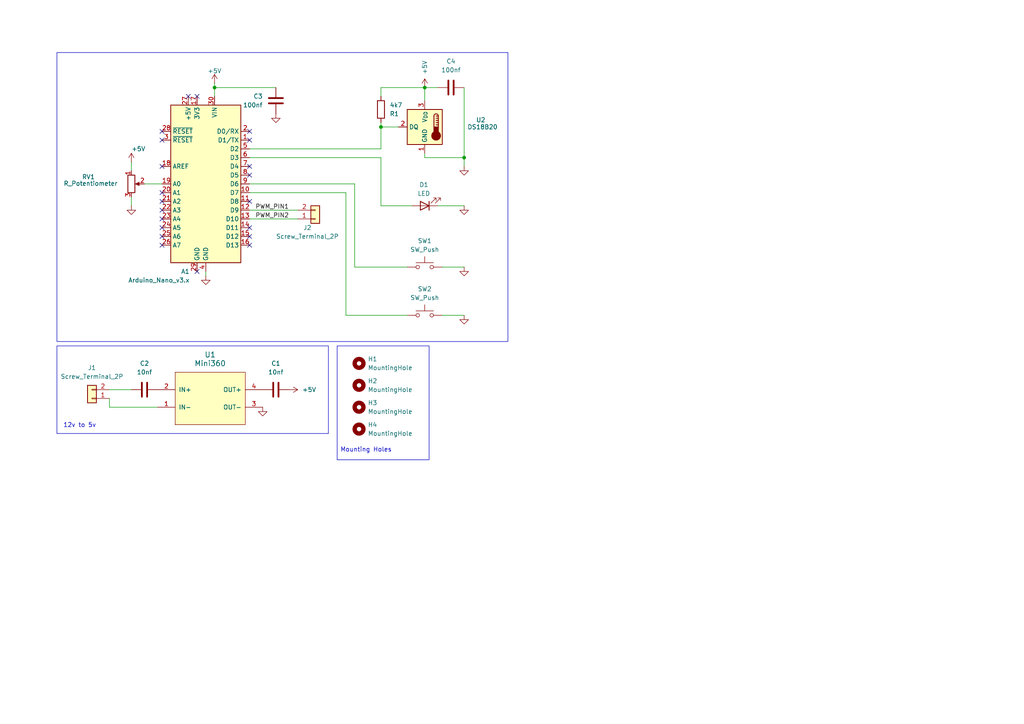
<source format=kicad_sch>
(kicad_sch
	(version 20250114)
	(generator "eeschema")
	(generator_version "9.0")
	(uuid "ba934f63-cc24-4ed0-acf8-8f00b4ed0833")
	(paper "A4")
	(lib_symbols
		(symbol "Connector_Generic:Conn_01x02"
			(pin_names
				(offset 1.016)
				(hide yes)
			)
			(exclude_from_sim no)
			(in_bom yes)
			(on_board yes)
			(property "Reference" "J"
				(at 0 2.54 0)
				(effects
					(font
						(size 1.27 1.27)
					)
				)
			)
			(property "Value" "Conn_01x02"
				(at 0 -5.08 0)
				(effects
					(font
						(size 1.27 1.27)
					)
				)
			)
			(property "Footprint" ""
				(at 0 0 0)
				(effects
					(font
						(size 1.27 1.27)
					)
					(hide yes)
				)
			)
			(property "Datasheet" "~"
				(at 0 0 0)
				(effects
					(font
						(size 1.27 1.27)
					)
					(hide yes)
				)
			)
			(property "Description" "Generic connector, single row, 01x02, script generated (kicad-library-utils/schlib/autogen/connector/)"
				(at 0 0 0)
				(effects
					(font
						(size 1.27 1.27)
					)
					(hide yes)
				)
			)
			(property "ki_keywords" "connector"
				(at 0 0 0)
				(effects
					(font
						(size 1.27 1.27)
					)
					(hide yes)
				)
			)
			(property "ki_fp_filters" "Connector*:*_1x??_*"
				(at 0 0 0)
				(effects
					(font
						(size 1.27 1.27)
					)
					(hide yes)
				)
			)
			(symbol "Conn_01x02_1_1"
				(rectangle
					(start -1.27 1.27)
					(end 1.27 -3.81)
					(stroke
						(width 0.254)
						(type default)
					)
					(fill
						(type background)
					)
				)
				(rectangle
					(start -1.27 0.127)
					(end 0 -0.127)
					(stroke
						(width 0.1524)
						(type default)
					)
					(fill
						(type none)
					)
				)
				(rectangle
					(start -1.27 -2.413)
					(end 0 -2.667)
					(stroke
						(width 0.1524)
						(type default)
					)
					(fill
						(type none)
					)
				)
				(pin passive line
					(at -5.08 0 0)
					(length 3.81)
					(name "Pin_1"
						(effects
							(font
								(size 1.27 1.27)
							)
						)
					)
					(number "1"
						(effects
							(font
								(size 1.27 1.27)
							)
						)
					)
				)
				(pin passive line
					(at -5.08 -2.54 0)
					(length 3.81)
					(name "Pin_2"
						(effects
							(font
								(size 1.27 1.27)
							)
						)
					)
					(number "2"
						(effects
							(font
								(size 1.27 1.27)
							)
						)
					)
				)
			)
			(embedded_fonts no)
		)
		(symbol "Device:C"
			(pin_numbers
				(hide yes)
			)
			(pin_names
				(offset 0.254)
			)
			(exclude_from_sim no)
			(in_bom yes)
			(on_board yes)
			(property "Reference" "C"
				(at 0.635 2.54 0)
				(effects
					(font
						(size 1.27 1.27)
					)
					(justify left)
				)
			)
			(property "Value" "C"
				(at 0.635 -2.54 0)
				(effects
					(font
						(size 1.27 1.27)
					)
					(justify left)
				)
			)
			(property "Footprint" ""
				(at 0.9652 -3.81 0)
				(effects
					(font
						(size 1.27 1.27)
					)
					(hide yes)
				)
			)
			(property "Datasheet" "~"
				(at 0 0 0)
				(effects
					(font
						(size 1.27 1.27)
					)
					(hide yes)
				)
			)
			(property "Description" "Unpolarized capacitor"
				(at 0 0 0)
				(effects
					(font
						(size 1.27 1.27)
					)
					(hide yes)
				)
			)
			(property "ki_keywords" "cap capacitor"
				(at 0 0 0)
				(effects
					(font
						(size 1.27 1.27)
					)
					(hide yes)
				)
			)
			(property "ki_fp_filters" "C_*"
				(at 0 0 0)
				(effects
					(font
						(size 1.27 1.27)
					)
					(hide yes)
				)
			)
			(symbol "C_0_1"
				(polyline
					(pts
						(xy -2.032 0.762) (xy 2.032 0.762)
					)
					(stroke
						(width 0.508)
						(type default)
					)
					(fill
						(type none)
					)
				)
				(polyline
					(pts
						(xy -2.032 -0.762) (xy 2.032 -0.762)
					)
					(stroke
						(width 0.508)
						(type default)
					)
					(fill
						(type none)
					)
				)
			)
			(symbol "C_1_1"
				(pin passive line
					(at 0 3.81 270)
					(length 2.794)
					(name "~"
						(effects
							(font
								(size 1.27 1.27)
							)
						)
					)
					(number "1"
						(effects
							(font
								(size 1.27 1.27)
							)
						)
					)
				)
				(pin passive line
					(at 0 -3.81 90)
					(length 2.794)
					(name "~"
						(effects
							(font
								(size 1.27 1.27)
							)
						)
					)
					(number "2"
						(effects
							(font
								(size 1.27 1.27)
							)
						)
					)
				)
			)
			(embedded_fonts no)
		)
		(symbol "Device:LED"
			(pin_numbers
				(hide yes)
			)
			(pin_names
				(offset 1.016)
				(hide yes)
			)
			(exclude_from_sim no)
			(in_bom yes)
			(on_board yes)
			(property "Reference" "D"
				(at 0 2.54 0)
				(effects
					(font
						(size 1.27 1.27)
					)
				)
			)
			(property "Value" "LED"
				(at 0 -2.54 0)
				(effects
					(font
						(size 1.27 1.27)
					)
				)
			)
			(property "Footprint" ""
				(at 0 0 0)
				(effects
					(font
						(size 1.27 1.27)
					)
					(hide yes)
				)
			)
			(property "Datasheet" "~"
				(at 0 0 0)
				(effects
					(font
						(size 1.27 1.27)
					)
					(hide yes)
				)
			)
			(property "Description" "Light emitting diode"
				(at 0 0 0)
				(effects
					(font
						(size 1.27 1.27)
					)
					(hide yes)
				)
			)
			(property "Sim.Pins" "1=K 2=A"
				(at 0 0 0)
				(effects
					(font
						(size 1.27 1.27)
					)
					(hide yes)
				)
			)
			(property "ki_keywords" "LED diode"
				(at 0 0 0)
				(effects
					(font
						(size 1.27 1.27)
					)
					(hide yes)
				)
			)
			(property "ki_fp_filters" "LED* LED_SMD:* LED_THT:*"
				(at 0 0 0)
				(effects
					(font
						(size 1.27 1.27)
					)
					(hide yes)
				)
			)
			(symbol "LED_0_1"
				(polyline
					(pts
						(xy -3.048 -0.762) (xy -4.572 -2.286) (xy -3.81 -2.286) (xy -4.572 -2.286) (xy -4.572 -1.524)
					)
					(stroke
						(width 0)
						(type default)
					)
					(fill
						(type none)
					)
				)
				(polyline
					(pts
						(xy -1.778 -0.762) (xy -3.302 -2.286) (xy -2.54 -2.286) (xy -3.302 -2.286) (xy -3.302 -1.524)
					)
					(stroke
						(width 0)
						(type default)
					)
					(fill
						(type none)
					)
				)
				(polyline
					(pts
						(xy -1.27 0) (xy 1.27 0)
					)
					(stroke
						(width 0)
						(type default)
					)
					(fill
						(type none)
					)
				)
				(polyline
					(pts
						(xy -1.27 -1.27) (xy -1.27 1.27)
					)
					(stroke
						(width 0.254)
						(type default)
					)
					(fill
						(type none)
					)
				)
				(polyline
					(pts
						(xy 1.27 -1.27) (xy 1.27 1.27) (xy -1.27 0) (xy 1.27 -1.27)
					)
					(stroke
						(width 0.254)
						(type default)
					)
					(fill
						(type none)
					)
				)
			)
			(symbol "LED_1_1"
				(pin passive line
					(at -3.81 0 0)
					(length 2.54)
					(name "K"
						(effects
							(font
								(size 1.27 1.27)
							)
						)
					)
					(number "1"
						(effects
							(font
								(size 1.27 1.27)
							)
						)
					)
				)
				(pin passive line
					(at 3.81 0 180)
					(length 2.54)
					(name "A"
						(effects
							(font
								(size 1.27 1.27)
							)
						)
					)
					(number "2"
						(effects
							(font
								(size 1.27 1.27)
							)
						)
					)
				)
			)
			(embedded_fonts no)
		)
		(symbol "Device:R"
			(pin_numbers
				(hide yes)
			)
			(pin_names
				(offset 0)
			)
			(exclude_from_sim no)
			(in_bom yes)
			(on_board yes)
			(property "Reference" "R"
				(at 2.032 0 90)
				(effects
					(font
						(size 1.27 1.27)
					)
				)
			)
			(property "Value" "R"
				(at 0 0 90)
				(effects
					(font
						(size 1.27 1.27)
					)
				)
			)
			(property "Footprint" ""
				(at -1.778 0 90)
				(effects
					(font
						(size 1.27 1.27)
					)
					(hide yes)
				)
			)
			(property "Datasheet" "~"
				(at 0 0 0)
				(effects
					(font
						(size 1.27 1.27)
					)
					(hide yes)
				)
			)
			(property "Description" "Resistor"
				(at 0 0 0)
				(effects
					(font
						(size 1.27 1.27)
					)
					(hide yes)
				)
			)
			(property "ki_keywords" "R res resistor"
				(at 0 0 0)
				(effects
					(font
						(size 1.27 1.27)
					)
					(hide yes)
				)
			)
			(property "ki_fp_filters" "R_*"
				(at 0 0 0)
				(effects
					(font
						(size 1.27 1.27)
					)
					(hide yes)
				)
			)
			(symbol "R_0_1"
				(rectangle
					(start -1.016 -2.54)
					(end 1.016 2.54)
					(stroke
						(width 0.254)
						(type default)
					)
					(fill
						(type none)
					)
				)
			)
			(symbol "R_1_1"
				(pin passive line
					(at 0 3.81 270)
					(length 1.27)
					(name "~"
						(effects
							(font
								(size 1.27 1.27)
							)
						)
					)
					(number "1"
						(effects
							(font
								(size 1.27 1.27)
							)
						)
					)
				)
				(pin passive line
					(at 0 -3.81 90)
					(length 1.27)
					(name "~"
						(effects
							(font
								(size 1.27 1.27)
							)
						)
					)
					(number "2"
						(effects
							(font
								(size 1.27 1.27)
							)
						)
					)
				)
			)
			(embedded_fonts no)
		)
		(symbol "Device:R_Potentiometer"
			(pin_names
				(offset 1.016)
				(hide yes)
			)
			(exclude_from_sim no)
			(in_bom yes)
			(on_board yes)
			(property "Reference" "RV"
				(at -4.445 0 90)
				(effects
					(font
						(size 1.27 1.27)
					)
				)
			)
			(property "Value" "R_Potentiometer"
				(at -2.54 0 90)
				(effects
					(font
						(size 1.27 1.27)
					)
				)
			)
			(property "Footprint" ""
				(at 0 0 0)
				(effects
					(font
						(size 1.27 1.27)
					)
					(hide yes)
				)
			)
			(property "Datasheet" "~"
				(at 0 0 0)
				(effects
					(font
						(size 1.27 1.27)
					)
					(hide yes)
				)
			)
			(property "Description" "Potentiometer"
				(at 0 0 0)
				(effects
					(font
						(size 1.27 1.27)
					)
					(hide yes)
				)
			)
			(property "ki_keywords" "resistor variable"
				(at 0 0 0)
				(effects
					(font
						(size 1.27 1.27)
					)
					(hide yes)
				)
			)
			(property "ki_fp_filters" "Potentiometer*"
				(at 0 0 0)
				(effects
					(font
						(size 1.27 1.27)
					)
					(hide yes)
				)
			)
			(symbol "R_Potentiometer_0_1"
				(rectangle
					(start 1.016 2.54)
					(end -1.016 -2.54)
					(stroke
						(width 0.254)
						(type default)
					)
					(fill
						(type none)
					)
				)
				(polyline
					(pts
						(xy 1.143 0) (xy 2.286 0.508) (xy 2.286 -0.508) (xy 1.143 0)
					)
					(stroke
						(width 0)
						(type default)
					)
					(fill
						(type outline)
					)
				)
				(polyline
					(pts
						(xy 2.54 0) (xy 1.524 0)
					)
					(stroke
						(width 0)
						(type default)
					)
					(fill
						(type none)
					)
				)
			)
			(symbol "R_Potentiometer_1_1"
				(pin passive line
					(at 0 3.81 270)
					(length 1.27)
					(name "1"
						(effects
							(font
								(size 1.27 1.27)
							)
						)
					)
					(number "1"
						(effects
							(font
								(size 1.27 1.27)
							)
						)
					)
				)
				(pin passive line
					(at 0 -3.81 90)
					(length 1.27)
					(name "3"
						(effects
							(font
								(size 1.27 1.27)
							)
						)
					)
					(number "3"
						(effects
							(font
								(size 1.27 1.27)
							)
						)
					)
				)
				(pin passive line
					(at 3.81 0 180)
					(length 1.27)
					(name "2"
						(effects
							(font
								(size 1.27 1.27)
							)
						)
					)
					(number "2"
						(effects
							(font
								(size 1.27 1.27)
							)
						)
					)
				)
			)
			(embedded_fonts no)
		)
		(symbol "MCU_Module:Arduino_Nano_v3.x"
			(exclude_from_sim no)
			(in_bom yes)
			(on_board yes)
			(property "Reference" "A"
				(at -10.16 23.495 0)
				(effects
					(font
						(size 1.27 1.27)
					)
					(justify left bottom)
				)
			)
			(property "Value" "Arduino_Nano_v3.x"
				(at 5.08 -24.13 0)
				(effects
					(font
						(size 1.27 1.27)
					)
					(justify left top)
				)
			)
			(property "Footprint" "Module:Arduino_Nano"
				(at 0 0 0)
				(effects
					(font
						(size 1.27 1.27)
						(italic yes)
					)
					(hide yes)
				)
			)
			(property "Datasheet" "http://www.mouser.com/pdfdocs/Gravitech_Arduino_Nano3_0.pdf"
				(at 0 0 0)
				(effects
					(font
						(size 1.27 1.27)
					)
					(hide yes)
				)
			)
			(property "Description" "Arduino Nano v3.x"
				(at 0 0 0)
				(effects
					(font
						(size 1.27 1.27)
					)
					(hide yes)
				)
			)
			(property "ki_keywords" "Arduino nano microcontroller module USB"
				(at 0 0 0)
				(effects
					(font
						(size 1.27 1.27)
					)
					(hide yes)
				)
			)
			(property "ki_fp_filters" "Arduino*Nano*"
				(at 0 0 0)
				(effects
					(font
						(size 1.27 1.27)
					)
					(hide yes)
				)
			)
			(symbol "Arduino_Nano_v3.x_0_1"
				(rectangle
					(start -10.16 22.86)
					(end 10.16 -22.86)
					(stroke
						(width 0.254)
						(type default)
					)
					(fill
						(type background)
					)
				)
			)
			(symbol "Arduino_Nano_v3.x_1_1"
				(pin bidirectional line
					(at -12.7 15.24 0)
					(length 2.54)
					(name "D0/RX"
						(effects
							(font
								(size 1.27 1.27)
							)
						)
					)
					(number "2"
						(effects
							(font
								(size 1.27 1.27)
							)
						)
					)
				)
				(pin bidirectional line
					(at -12.7 12.7 0)
					(length 2.54)
					(name "D1/TX"
						(effects
							(font
								(size 1.27 1.27)
							)
						)
					)
					(number "1"
						(effects
							(font
								(size 1.27 1.27)
							)
						)
					)
				)
				(pin bidirectional line
					(at -12.7 10.16 0)
					(length 2.54)
					(name "D2"
						(effects
							(font
								(size 1.27 1.27)
							)
						)
					)
					(number "5"
						(effects
							(font
								(size 1.27 1.27)
							)
						)
					)
				)
				(pin bidirectional line
					(at -12.7 7.62 0)
					(length 2.54)
					(name "D3"
						(effects
							(font
								(size 1.27 1.27)
							)
						)
					)
					(number "6"
						(effects
							(font
								(size 1.27 1.27)
							)
						)
					)
				)
				(pin bidirectional line
					(at -12.7 5.08 0)
					(length 2.54)
					(name "D4"
						(effects
							(font
								(size 1.27 1.27)
							)
						)
					)
					(number "7"
						(effects
							(font
								(size 1.27 1.27)
							)
						)
					)
				)
				(pin bidirectional line
					(at -12.7 2.54 0)
					(length 2.54)
					(name "D5"
						(effects
							(font
								(size 1.27 1.27)
							)
						)
					)
					(number "8"
						(effects
							(font
								(size 1.27 1.27)
							)
						)
					)
				)
				(pin bidirectional line
					(at -12.7 0 0)
					(length 2.54)
					(name "D6"
						(effects
							(font
								(size 1.27 1.27)
							)
						)
					)
					(number "9"
						(effects
							(font
								(size 1.27 1.27)
							)
						)
					)
				)
				(pin bidirectional line
					(at -12.7 -2.54 0)
					(length 2.54)
					(name "D7"
						(effects
							(font
								(size 1.27 1.27)
							)
						)
					)
					(number "10"
						(effects
							(font
								(size 1.27 1.27)
							)
						)
					)
				)
				(pin bidirectional line
					(at -12.7 -5.08 0)
					(length 2.54)
					(name "D8"
						(effects
							(font
								(size 1.27 1.27)
							)
						)
					)
					(number "11"
						(effects
							(font
								(size 1.27 1.27)
							)
						)
					)
				)
				(pin bidirectional line
					(at -12.7 -7.62 0)
					(length 2.54)
					(name "D9"
						(effects
							(font
								(size 1.27 1.27)
							)
						)
					)
					(number "12"
						(effects
							(font
								(size 1.27 1.27)
							)
						)
					)
				)
				(pin bidirectional line
					(at -12.7 -10.16 0)
					(length 2.54)
					(name "D10"
						(effects
							(font
								(size 1.27 1.27)
							)
						)
					)
					(number "13"
						(effects
							(font
								(size 1.27 1.27)
							)
						)
					)
				)
				(pin bidirectional line
					(at -12.7 -12.7 0)
					(length 2.54)
					(name "D11"
						(effects
							(font
								(size 1.27 1.27)
							)
						)
					)
					(number "14"
						(effects
							(font
								(size 1.27 1.27)
							)
						)
					)
				)
				(pin bidirectional line
					(at -12.7 -15.24 0)
					(length 2.54)
					(name "D12"
						(effects
							(font
								(size 1.27 1.27)
							)
						)
					)
					(number "15"
						(effects
							(font
								(size 1.27 1.27)
							)
						)
					)
				)
				(pin bidirectional line
					(at -12.7 -17.78 0)
					(length 2.54)
					(name "D13"
						(effects
							(font
								(size 1.27 1.27)
							)
						)
					)
					(number "16"
						(effects
							(font
								(size 1.27 1.27)
							)
						)
					)
				)
				(pin power_in line
					(at -2.54 25.4 270)
					(length 2.54)
					(name "VIN"
						(effects
							(font
								(size 1.27 1.27)
							)
						)
					)
					(number "30"
						(effects
							(font
								(size 1.27 1.27)
							)
						)
					)
				)
				(pin power_in line
					(at 0 -25.4 90)
					(length 2.54)
					(name "GND"
						(effects
							(font
								(size 1.27 1.27)
							)
						)
					)
					(number "4"
						(effects
							(font
								(size 1.27 1.27)
							)
						)
					)
				)
				(pin power_out line
					(at 2.54 25.4 270)
					(length 2.54)
					(name "3V3"
						(effects
							(font
								(size 1.27 1.27)
							)
						)
					)
					(number "17"
						(effects
							(font
								(size 1.27 1.27)
							)
						)
					)
				)
				(pin power_in line
					(at 2.54 -25.4 90)
					(length 2.54)
					(name "GND"
						(effects
							(font
								(size 1.27 1.27)
							)
						)
					)
					(number "29"
						(effects
							(font
								(size 1.27 1.27)
							)
						)
					)
				)
				(pin power_out line
					(at 5.08 25.4 270)
					(length 2.54)
					(name "+5V"
						(effects
							(font
								(size 1.27 1.27)
							)
						)
					)
					(number "27"
						(effects
							(font
								(size 1.27 1.27)
							)
						)
					)
				)
				(pin input line
					(at 12.7 15.24 180)
					(length 2.54)
					(name "~{RESET}"
						(effects
							(font
								(size 1.27 1.27)
							)
						)
					)
					(number "28"
						(effects
							(font
								(size 1.27 1.27)
							)
						)
					)
				)
				(pin input line
					(at 12.7 12.7 180)
					(length 2.54)
					(name "~{RESET}"
						(effects
							(font
								(size 1.27 1.27)
							)
						)
					)
					(number "3"
						(effects
							(font
								(size 1.27 1.27)
							)
						)
					)
				)
				(pin input line
					(at 12.7 5.08 180)
					(length 2.54)
					(name "AREF"
						(effects
							(font
								(size 1.27 1.27)
							)
						)
					)
					(number "18"
						(effects
							(font
								(size 1.27 1.27)
							)
						)
					)
				)
				(pin bidirectional line
					(at 12.7 0 180)
					(length 2.54)
					(name "A0"
						(effects
							(font
								(size 1.27 1.27)
							)
						)
					)
					(number "19"
						(effects
							(font
								(size 1.27 1.27)
							)
						)
					)
				)
				(pin bidirectional line
					(at 12.7 -2.54 180)
					(length 2.54)
					(name "A1"
						(effects
							(font
								(size 1.27 1.27)
							)
						)
					)
					(number "20"
						(effects
							(font
								(size 1.27 1.27)
							)
						)
					)
				)
				(pin bidirectional line
					(at 12.7 -5.08 180)
					(length 2.54)
					(name "A2"
						(effects
							(font
								(size 1.27 1.27)
							)
						)
					)
					(number "21"
						(effects
							(font
								(size 1.27 1.27)
							)
						)
					)
				)
				(pin bidirectional line
					(at 12.7 -7.62 180)
					(length 2.54)
					(name "A3"
						(effects
							(font
								(size 1.27 1.27)
							)
						)
					)
					(number "22"
						(effects
							(font
								(size 1.27 1.27)
							)
						)
					)
				)
				(pin bidirectional line
					(at 12.7 -10.16 180)
					(length 2.54)
					(name "A4"
						(effects
							(font
								(size 1.27 1.27)
							)
						)
					)
					(number "23"
						(effects
							(font
								(size 1.27 1.27)
							)
						)
					)
				)
				(pin bidirectional line
					(at 12.7 -12.7 180)
					(length 2.54)
					(name "A5"
						(effects
							(font
								(size 1.27 1.27)
							)
						)
					)
					(number "24"
						(effects
							(font
								(size 1.27 1.27)
							)
						)
					)
				)
				(pin bidirectional line
					(at 12.7 -15.24 180)
					(length 2.54)
					(name "A6"
						(effects
							(font
								(size 1.27 1.27)
							)
						)
					)
					(number "25"
						(effects
							(font
								(size 1.27 1.27)
							)
						)
					)
				)
				(pin bidirectional line
					(at 12.7 -17.78 180)
					(length 2.54)
					(name "A7"
						(effects
							(font
								(size 1.27 1.27)
							)
						)
					)
					(number "26"
						(effects
							(font
								(size 1.27 1.27)
							)
						)
					)
				)
			)
			(embedded_fonts no)
		)
		(symbol "Mechanical:MountingHole"
			(pin_names
				(offset 1.016)
			)
			(exclude_from_sim no)
			(in_bom no)
			(on_board yes)
			(property "Reference" "H"
				(at 0 5.08 0)
				(effects
					(font
						(size 1.27 1.27)
					)
				)
			)
			(property "Value" "MountingHole"
				(at 0 3.175 0)
				(effects
					(font
						(size 1.27 1.27)
					)
				)
			)
			(property "Footprint" ""
				(at 0 0 0)
				(effects
					(font
						(size 1.27 1.27)
					)
					(hide yes)
				)
			)
			(property "Datasheet" "~"
				(at 0 0 0)
				(effects
					(font
						(size 1.27 1.27)
					)
					(hide yes)
				)
			)
			(property "Description" "Mounting Hole without connection"
				(at 0 0 0)
				(effects
					(font
						(size 1.27 1.27)
					)
					(hide yes)
				)
			)
			(property "ki_keywords" "mounting hole"
				(at 0 0 0)
				(effects
					(font
						(size 1.27 1.27)
					)
					(hide yes)
				)
			)
			(property "ki_fp_filters" "MountingHole*"
				(at 0 0 0)
				(effects
					(font
						(size 1.27 1.27)
					)
					(hide yes)
				)
			)
			(symbol "MountingHole_0_1"
				(circle
					(center 0 0)
					(radius 1.27)
					(stroke
						(width 1.27)
						(type default)
					)
					(fill
						(type none)
					)
				)
			)
			(embedded_fonts no)
		)
		(symbol "Sensor_Temperature:DS18B20"
			(exclude_from_sim no)
			(in_bom yes)
			(on_board yes)
			(property "Reference" "U"
				(at -3.81 6.35 0)
				(effects
					(font
						(size 1.27 1.27)
					)
				)
			)
			(property "Value" "DS18B20"
				(at 6.35 6.35 0)
				(effects
					(font
						(size 1.27 1.27)
					)
				)
			)
			(property "Footprint" "Package_TO_SOT_THT:TO-92_Inline"
				(at -25.4 -6.35 0)
				(effects
					(font
						(size 1.27 1.27)
					)
					(hide yes)
				)
			)
			(property "Datasheet" "http://datasheets.maximintegrated.com/en/ds/DS18B20.pdf"
				(at -3.81 6.35 0)
				(effects
					(font
						(size 1.27 1.27)
					)
					(hide yes)
				)
			)
			(property "Description" "Programmable Resolution 1-Wire Digital Thermometer TO-92"
				(at 0 0 0)
				(effects
					(font
						(size 1.27 1.27)
					)
					(hide yes)
				)
			)
			(property "ki_keywords" "OneWire 1Wire Dallas Maxim"
				(at 0 0 0)
				(effects
					(font
						(size 1.27 1.27)
					)
					(hide yes)
				)
			)
			(property "ki_fp_filters" "TO*92*"
				(at 0 0 0)
				(effects
					(font
						(size 1.27 1.27)
					)
					(hide yes)
				)
			)
			(symbol "DS18B20_0_1"
				(rectangle
					(start -5.08 5.08)
					(end 5.08 -5.08)
					(stroke
						(width 0.254)
						(type default)
					)
					(fill
						(type background)
					)
				)
				(polyline
					(pts
						(xy -3.937 3.175) (xy -3.937 0)
					)
					(stroke
						(width 0.254)
						(type default)
					)
					(fill
						(type none)
					)
				)
				(polyline
					(pts
						(xy -3.937 3.175) (xy -3.302 3.175)
					)
					(stroke
						(width 0.254)
						(type default)
					)
					(fill
						(type none)
					)
				)
				(polyline
					(pts
						(xy -3.937 2.54) (xy -3.302 2.54)
					)
					(stroke
						(width 0.254)
						(type default)
					)
					(fill
						(type none)
					)
				)
				(polyline
					(pts
						(xy -3.937 1.905) (xy -3.302 1.905)
					)
					(stroke
						(width 0.254)
						(type default)
					)
					(fill
						(type none)
					)
				)
				(polyline
					(pts
						(xy -3.937 1.27) (xy -3.302 1.27)
					)
					(stroke
						(width 0.254)
						(type default)
					)
					(fill
						(type none)
					)
				)
				(polyline
					(pts
						(xy -3.937 0.635) (xy -3.302 0.635)
					)
					(stroke
						(width 0.254)
						(type default)
					)
					(fill
						(type none)
					)
				)
				(arc
					(start -3.937 3.175)
					(mid -3.302 3.8073)
					(end -2.667 3.175)
					(stroke
						(width 0.254)
						(type default)
					)
					(fill
						(type none)
					)
				)
				(circle
					(center -3.302 -2.54)
					(radius 1.27)
					(stroke
						(width 0.254)
						(type default)
					)
					(fill
						(type outline)
					)
				)
				(polyline
					(pts
						(xy -2.667 3.175) (xy -2.667 0)
					)
					(stroke
						(width 0.254)
						(type default)
					)
					(fill
						(type none)
					)
				)
				(rectangle
					(start -2.667 -1.905)
					(end -3.937 0)
					(stroke
						(width 0.254)
						(type default)
					)
					(fill
						(type outline)
					)
				)
			)
			(symbol "DS18B20_1_1"
				(pin power_in line
					(at 0 7.62 270)
					(length 2.54)
					(name "V_{DD}"
						(effects
							(font
								(size 1.27 1.27)
							)
						)
					)
					(number "3"
						(effects
							(font
								(size 1.27 1.27)
							)
						)
					)
				)
				(pin power_in line
					(at 0 -7.62 90)
					(length 2.54)
					(name "GND"
						(effects
							(font
								(size 1.27 1.27)
							)
						)
					)
					(number "1"
						(effects
							(font
								(size 1.27 1.27)
							)
						)
					)
				)
				(pin bidirectional line
					(at 7.62 0 180)
					(length 2.54)
					(name "DQ"
						(effects
							(font
								(size 1.27 1.27)
							)
						)
					)
					(number "2"
						(effects
							(font
								(size 1.27 1.27)
							)
						)
					)
				)
			)
			(embedded_fonts no)
		)
		(symbol "Switch:SW_Push"
			(pin_numbers
				(hide yes)
			)
			(pin_names
				(offset 1.016)
				(hide yes)
			)
			(exclude_from_sim no)
			(in_bom yes)
			(on_board yes)
			(property "Reference" "SW"
				(at 1.27 2.54 0)
				(effects
					(font
						(size 1.27 1.27)
					)
					(justify left)
				)
			)
			(property "Value" "SW_Push"
				(at 0 -1.524 0)
				(effects
					(font
						(size 1.27 1.27)
					)
				)
			)
			(property "Footprint" ""
				(at 0 5.08 0)
				(effects
					(font
						(size 1.27 1.27)
					)
					(hide yes)
				)
			)
			(property "Datasheet" "~"
				(at 0 5.08 0)
				(effects
					(font
						(size 1.27 1.27)
					)
					(hide yes)
				)
			)
			(property "Description" "Push button switch, generic, two pins"
				(at 0 0 0)
				(effects
					(font
						(size 1.27 1.27)
					)
					(hide yes)
				)
			)
			(property "ki_keywords" "switch normally-open pushbutton push-button"
				(at 0 0 0)
				(effects
					(font
						(size 1.27 1.27)
					)
					(hide yes)
				)
			)
			(symbol "SW_Push_0_1"
				(circle
					(center -2.032 0)
					(radius 0.508)
					(stroke
						(width 0)
						(type default)
					)
					(fill
						(type none)
					)
				)
				(polyline
					(pts
						(xy 0 1.27) (xy 0 3.048)
					)
					(stroke
						(width 0)
						(type default)
					)
					(fill
						(type none)
					)
				)
				(circle
					(center 2.032 0)
					(radius 0.508)
					(stroke
						(width 0)
						(type default)
					)
					(fill
						(type none)
					)
				)
				(polyline
					(pts
						(xy 2.54 1.27) (xy -2.54 1.27)
					)
					(stroke
						(width 0)
						(type default)
					)
					(fill
						(type none)
					)
				)
				(pin passive line
					(at -5.08 0 0)
					(length 2.54)
					(name "1"
						(effects
							(font
								(size 1.27 1.27)
							)
						)
					)
					(number "1"
						(effects
							(font
								(size 1.27 1.27)
							)
						)
					)
				)
				(pin passive line
					(at 5.08 0 180)
					(length 2.54)
					(name "2"
						(effects
							(font
								(size 1.27 1.27)
							)
						)
					)
					(number "2"
						(effects
							(font
								(size 1.27 1.27)
							)
						)
					)
				)
			)
			(embedded_fonts no)
		)
		(symbol "mini360:Mini360"
			(pin_names
				(offset 1.016)
			)
			(exclude_from_sim no)
			(in_bom yes)
			(on_board yes)
			(property "Reference" "U"
				(at 0 -5.08 0)
				(effects
					(font
						(size 1.524 1.524)
					)
				)
			)
			(property "Value" "Mini360"
				(at 0 5.08 0)
				(effects
					(font
						(size 1.524 1.524)
					)
				)
			)
			(property "Footprint" ""
				(at 0 0 0)
				(effects
					(font
						(size 1.524 1.524)
					)
					(hide yes)
				)
			)
			(property "Datasheet" ""
				(at 0 0 0)
				(effects
					(font
						(size 1.524 1.524)
					)
					(hide yes)
				)
			)
			(property "Description" ""
				(at 0 0 0)
				(effects
					(font
						(size 1.27 1.27)
					)
					(hide yes)
				)
			)
			(symbol "Mini360_0_1"
				(rectangle
					(start -10.16 7.62)
					(end 10.16 -7.62)
					(stroke
						(width 0)
						(type solid)
					)
					(fill
						(type background)
					)
				)
			)
			(symbol "Mini360_1_1"
				(pin power_in line
					(at -15.24 2.54 0)
					(length 5.08)
					(name "IN+"
						(effects
							(font
								(size 1.27 1.27)
							)
						)
					)
					(number "2"
						(effects
							(font
								(size 1.27 1.27)
							)
						)
					)
				)
				(pin power_in line
					(at -15.24 -2.54 0)
					(length 5.08)
					(name "IN-"
						(effects
							(font
								(size 1.27 1.27)
							)
						)
					)
					(number "1"
						(effects
							(font
								(size 1.27 1.27)
							)
						)
					)
				)
				(pin power_out line
					(at 15.24 2.54 180)
					(length 5.08)
					(name "OUT+"
						(effects
							(font
								(size 1.27 1.27)
							)
						)
					)
					(number "4"
						(effects
							(font
								(size 1.27 1.27)
							)
						)
					)
				)
				(pin power_out line
					(at 15.24 -2.54 180)
					(length 5.08)
					(name "OUT-"
						(effects
							(font
								(size 1.27 1.27)
							)
						)
					)
					(number "3"
						(effects
							(font
								(size 1.27 1.27)
							)
						)
					)
				)
			)
			(embedded_fonts no)
		)
		(symbol "power:+5V"
			(power)
			(pin_numbers
				(hide yes)
			)
			(pin_names
				(offset 0)
				(hide yes)
			)
			(exclude_from_sim no)
			(in_bom yes)
			(on_board yes)
			(property "Reference" "#PWR"
				(at 0 -3.81 0)
				(effects
					(font
						(size 1.27 1.27)
					)
					(hide yes)
				)
			)
			(property "Value" "+5V"
				(at 0 3.556 0)
				(effects
					(font
						(size 1.27 1.27)
					)
				)
			)
			(property "Footprint" ""
				(at 0 0 0)
				(effects
					(font
						(size 1.27 1.27)
					)
					(hide yes)
				)
			)
			(property "Datasheet" ""
				(at 0 0 0)
				(effects
					(font
						(size 1.27 1.27)
					)
					(hide yes)
				)
			)
			(property "Description" "Power symbol creates a global label with name \"+5V\""
				(at 0 0 0)
				(effects
					(font
						(size 1.27 1.27)
					)
					(hide yes)
				)
			)
			(property "ki_keywords" "global power"
				(at 0 0 0)
				(effects
					(font
						(size 1.27 1.27)
					)
					(hide yes)
				)
			)
			(symbol "+5V_0_1"
				(polyline
					(pts
						(xy -0.762 1.27) (xy 0 2.54)
					)
					(stroke
						(width 0)
						(type default)
					)
					(fill
						(type none)
					)
				)
				(polyline
					(pts
						(xy 0 2.54) (xy 0.762 1.27)
					)
					(stroke
						(width 0)
						(type default)
					)
					(fill
						(type none)
					)
				)
				(polyline
					(pts
						(xy 0 0) (xy 0 2.54)
					)
					(stroke
						(width 0)
						(type default)
					)
					(fill
						(type none)
					)
				)
			)
			(symbol "+5V_1_1"
				(pin power_in line
					(at 0 0 90)
					(length 0)
					(name "~"
						(effects
							(font
								(size 1.27 1.27)
							)
						)
					)
					(number "1"
						(effects
							(font
								(size 1.27 1.27)
							)
						)
					)
				)
			)
			(embedded_fonts no)
		)
		(symbol "power:GND"
			(power)
			(pin_numbers
				(hide yes)
			)
			(pin_names
				(offset 0)
				(hide yes)
			)
			(exclude_from_sim no)
			(in_bom yes)
			(on_board yes)
			(property "Reference" "#PWR"
				(at 0 -6.35 0)
				(effects
					(font
						(size 1.27 1.27)
					)
					(hide yes)
				)
			)
			(property "Value" "GND"
				(at 0 -3.81 0)
				(effects
					(font
						(size 1.27 1.27)
					)
				)
			)
			(property "Footprint" ""
				(at 0 0 0)
				(effects
					(font
						(size 1.27 1.27)
					)
					(hide yes)
				)
			)
			(property "Datasheet" ""
				(at 0 0 0)
				(effects
					(font
						(size 1.27 1.27)
					)
					(hide yes)
				)
			)
			(property "Description" "Power symbol creates a global label with name \"GND\" , ground"
				(at 0 0 0)
				(effects
					(font
						(size 1.27 1.27)
					)
					(hide yes)
				)
			)
			(property "ki_keywords" "global power"
				(at 0 0 0)
				(effects
					(font
						(size 1.27 1.27)
					)
					(hide yes)
				)
			)
			(symbol "GND_0_1"
				(polyline
					(pts
						(xy 0 0) (xy 0 -1.27) (xy 1.27 -1.27) (xy 0 -2.54) (xy -1.27 -1.27) (xy 0 -1.27)
					)
					(stroke
						(width 0)
						(type default)
					)
					(fill
						(type none)
					)
				)
			)
			(symbol "GND_1_1"
				(pin power_in line
					(at 0 0 270)
					(length 0)
					(name "~"
						(effects
							(font
								(size 1.27 1.27)
							)
						)
					)
					(number "1"
						(effects
							(font
								(size 1.27 1.27)
							)
						)
					)
				)
			)
			(embedded_fonts no)
		)
	)
	(rectangle
		(start 16.51 15.24)
		(end 147.32 99.06)
		(stroke
			(width 0)
			(type default)
		)
		(fill
			(type none)
		)
		(uuid 6865f069-6182-4f3e-8b45-f33e11e0e446)
	)
	(rectangle
		(start 97.79 100.33)
		(end 124.46 133.35)
		(stroke
			(width 0)
			(type default)
		)
		(fill
			(type none)
		)
		(uuid b4db8739-ae14-429b-a270-24ca1e4f78f6)
	)
	(rectangle
		(start 16.51 100.33)
		(end 95.25 125.73)
		(stroke
			(width 0)
			(type default)
		)
		(fill
			(type none)
		)
		(uuid fede28f0-9a04-422d-bdf1-03914ac5a272)
	)
	(text "12v to 5v\n"
		(exclude_from_sim no)
		(at 23.114 123.444 0)
		(effects
			(font
				(size 1.27 1.27)
			)
		)
		(uuid "8ae74d23-4da3-472f-9387-fbc2e1988085")
	)
	(text "Mounting Holes"
		(exclude_from_sim no)
		(at 106.172 130.556 0)
		(effects
			(font
				(size 1.27 1.27)
			)
		)
		(uuid "97a2a33c-02b0-4f60-ba80-dec987a997c1")
	)
	(junction
		(at 123.19 25.4)
		(diameter 0)
		(color 0 0 0 0)
		(uuid "39fe4e7c-39a0-4e78-8b26-eab6da53d90a")
	)
	(junction
		(at 110.49 36.83)
		(diameter 0)
		(color 0 0 0 0)
		(uuid "76946e4f-964c-4f5b-acf5-92c348c0edc5")
	)
	(junction
		(at 134.62 45.72)
		(diameter 0)
		(color 0 0 0 0)
		(uuid "b1ce5ff4-e5f5-4491-82ea-a2d3da8ae45b")
	)
	(junction
		(at 62.23 25.4)
		(diameter 0)
		(color 0 0 0 0)
		(uuid "b45a6921-d0b9-4047-a892-ded0b14e60f1")
	)
	(no_connect
		(at 46.99 40.64)
		(uuid "095d6753-3e37-446b-b3fd-56cdcc3b19b3")
	)
	(no_connect
		(at 57.15 27.94)
		(uuid "0beb7f75-28d1-497f-ab69-c668d7eaea0b")
	)
	(no_connect
		(at 46.99 71.12)
		(uuid "0d92b3d1-36cf-429b-ba33-3899a809bdc2")
	)
	(no_connect
		(at 57.15 78.74)
		(uuid "14e7ad0f-52d9-406e-860b-00bbeafdda4f")
	)
	(no_connect
		(at 46.99 38.1)
		(uuid "19138194-2df9-4f81-b126-afc29701a3b1")
	)
	(no_connect
		(at 72.39 58.42)
		(uuid "192dad53-e84f-40a1-a732-af6e70a651e7")
	)
	(no_connect
		(at 72.39 71.12)
		(uuid "3bd17c47-3763-48fc-b429-fc8737d1d115")
	)
	(no_connect
		(at 72.39 38.1)
		(uuid "49c22737-64ed-421e-84a0-fc53bc26f305")
	)
	(no_connect
		(at 72.39 50.8)
		(uuid "4ef60aff-0de4-432e-940f-561fa4155b1b")
	)
	(no_connect
		(at 46.99 60.96)
		(uuid "52d72f8a-32b6-490a-8da7-e296856785d5")
	)
	(no_connect
		(at 72.39 68.58)
		(uuid "53a99e6c-1073-4d89-9a99-f9da103f60f6")
	)
	(no_connect
		(at 46.99 58.42)
		(uuid "612ba384-c97a-435c-aa23-8ec18c5ef660")
	)
	(no_connect
		(at 46.99 55.88)
		(uuid "84b7f6e4-e1e0-4361-980a-ceb3fb67ba07")
	)
	(no_connect
		(at 72.39 40.64)
		(uuid "a02f2396-407d-4c0f-8946-549f58802f44")
	)
	(no_connect
		(at 72.39 66.04)
		(uuid "a9a871de-5cc0-46cd-ac61-7498711a51a4")
	)
	(no_connect
		(at 54.61 27.94)
		(uuid "bca9a779-a3cc-44f7-8841-81296561e370")
	)
	(no_connect
		(at 46.99 68.58)
		(uuid "bf240f0d-b73c-4782-b3d0-ec74671b1bfd")
	)
	(no_connect
		(at 46.99 63.5)
		(uuid "c1c85430-6ce0-4a17-8800-34fe6490ec26")
	)
	(no_connect
		(at 46.99 48.26)
		(uuid "d7da1c7b-4b7d-4fce-bcfa-1ad22aa22921")
	)
	(no_connect
		(at 72.39 48.26)
		(uuid "fa5737a0-f4fe-4582-90d9-696bf89d670e")
	)
	(no_connect
		(at 46.99 66.04)
		(uuid "faca2874-1747-4061-8031-b50385e9d13b")
	)
	(wire
		(pts
			(xy 115.57 36.83) (xy 110.49 36.83)
		)
		(stroke
			(width 0)
			(type default)
		)
		(uuid "099ebc91-3a11-43bd-835e-ac2cba213394")
	)
	(wire
		(pts
			(xy 134.62 48.26) (xy 134.62 45.72)
		)
		(stroke
			(width 0)
			(type default)
		)
		(uuid "12ea7727-b5e6-4fb6-8968-6446c4bdc9f0")
	)
	(wire
		(pts
			(xy 62.23 25.4) (xy 62.23 27.94)
		)
		(stroke
			(width 0)
			(type default)
		)
		(uuid "17b1e3ff-6898-4b59-aa24-59686d8434de")
	)
	(wire
		(pts
			(xy 86.36 60.96) (xy 72.39 60.96)
		)
		(stroke
			(width 0)
			(type default)
		)
		(uuid "1ebae75c-85f8-4336-97db-451173691b2e")
	)
	(wire
		(pts
			(xy 62.23 24.13) (xy 62.23 25.4)
		)
		(stroke
			(width 0)
			(type default)
		)
		(uuid "226bd3ab-0c78-4625-88a7-e3dccd4818f3")
	)
	(wire
		(pts
			(xy 102.87 53.34) (xy 102.87 77.47)
		)
		(stroke
			(width 0)
			(type default)
		)
		(uuid "2e8bd0e5-66f3-4548-9386-d17cff8c1964")
	)
	(wire
		(pts
			(xy 59.69 80.01) (xy 59.69 78.74)
		)
		(stroke
			(width 0)
			(type default)
		)
		(uuid "30e69945-99ea-427d-8d3f-c7df0abfc3ec")
	)
	(wire
		(pts
			(xy 110.49 25.4) (xy 123.19 25.4)
		)
		(stroke
			(width 0)
			(type default)
		)
		(uuid "3193fd4b-4daa-4b07-9d7c-853484fdd52d")
	)
	(wire
		(pts
			(xy 100.33 91.44) (xy 118.11 91.44)
		)
		(stroke
			(width 0)
			(type default)
		)
		(uuid "39a19579-129c-431d-bdb4-e088659ac4f9")
	)
	(wire
		(pts
			(xy 110.49 43.18) (xy 110.49 36.83)
		)
		(stroke
			(width 0)
			(type default)
		)
		(uuid "3a23cf6a-b633-4e65-a532-f08c1fa0476e")
	)
	(wire
		(pts
			(xy 127 25.4) (xy 123.19 25.4)
		)
		(stroke
			(width 0)
			(type default)
		)
		(uuid "3b33f84a-306d-4993-bb89-dbd5dead4183")
	)
	(wire
		(pts
			(xy 128.27 91.44) (xy 134.62 91.44)
		)
		(stroke
			(width 0)
			(type default)
		)
		(uuid "3ff753a1-5860-495d-850e-2ab4f716b473")
	)
	(wire
		(pts
			(xy 110.49 27.94) (xy 110.49 25.4)
		)
		(stroke
			(width 0)
			(type default)
		)
		(uuid "40ed0e00-b84b-4fb0-923e-4fed0c222bc5")
	)
	(wire
		(pts
			(xy 102.87 77.47) (xy 118.11 77.47)
		)
		(stroke
			(width 0)
			(type default)
		)
		(uuid "478b6ad5-4a80-4019-9a52-6228df19d6d6")
	)
	(wire
		(pts
			(xy 127 59.69) (xy 134.62 59.69)
		)
		(stroke
			(width 0)
			(type default)
		)
		(uuid "4dbc2216-f71b-476b-bb46-dd4410f11865")
	)
	(wire
		(pts
			(xy 31.75 118.11) (xy 45.72 118.11)
		)
		(stroke
			(width 0)
			(type default)
		)
		(uuid "5165447b-ce90-4ef9-ac83-5e0e90e9d57a")
	)
	(wire
		(pts
			(xy 38.1 113.03) (xy 31.75 113.03)
		)
		(stroke
			(width 0)
			(type default)
		)
		(uuid "518881a6-9b99-4f9b-bba0-dbccd88b0b13")
	)
	(wire
		(pts
			(xy 134.62 45.72) (xy 123.19 45.72)
		)
		(stroke
			(width 0)
			(type default)
		)
		(uuid "5efc19d3-f597-4855-8ee7-dd322a154fa5")
	)
	(wire
		(pts
			(xy 110.49 59.69) (xy 119.38 59.69)
		)
		(stroke
			(width 0)
			(type default)
		)
		(uuid "7dfff022-7c4e-4cb2-b1b7-b0d1c2fadffa")
	)
	(wire
		(pts
			(xy 31.75 115.57) (xy 31.75 118.11)
		)
		(stroke
			(width 0)
			(type default)
		)
		(uuid "860d6806-6dff-43e6-a6d2-4a74c71f753e")
	)
	(wire
		(pts
			(xy 72.39 63.5) (xy 86.36 63.5)
		)
		(stroke
			(width 0)
			(type default)
		)
		(uuid "89559627-193f-4947-9534-38e6c7312e6c")
	)
	(wire
		(pts
			(xy 134.62 25.4) (xy 134.62 45.72)
		)
		(stroke
			(width 0)
			(type default)
		)
		(uuid "975ddc6b-b5d3-4192-b984-054ecdfb8866")
	)
	(wire
		(pts
			(xy 72.39 55.88) (xy 100.33 55.88)
		)
		(stroke
			(width 0)
			(type default)
		)
		(uuid "a0b5cd6d-1b0c-49b8-9cfd-0326c509da38")
	)
	(wire
		(pts
			(xy 123.19 25.4) (xy 123.19 29.21)
		)
		(stroke
			(width 0)
			(type default)
		)
		(uuid "aed3cdac-2f0d-4ee4-9ca8-07eadbebd24b")
	)
	(wire
		(pts
			(xy 110.49 36.83) (xy 110.49 35.56)
		)
		(stroke
			(width 0)
			(type default)
		)
		(uuid "bd1a3624-d2fb-4dd1-b93d-201ce5f5486c")
	)
	(wire
		(pts
			(xy 41.91 53.34) (xy 46.99 53.34)
		)
		(stroke
			(width 0)
			(type default)
		)
		(uuid "c4086cf8-93e2-4c5d-ba48-1d2eb4ce85cb")
	)
	(wire
		(pts
			(xy 110.49 45.72) (xy 110.49 59.69)
		)
		(stroke
			(width 0)
			(type default)
		)
		(uuid "de162851-96d0-4bf4-87c3-c96611985a22")
	)
	(wire
		(pts
			(xy 128.27 77.47) (xy 134.62 77.47)
		)
		(stroke
			(width 0)
			(type default)
		)
		(uuid "e0380423-a27a-4ac1-8848-bb9dba187a95")
	)
	(wire
		(pts
			(xy 72.39 43.18) (xy 110.49 43.18)
		)
		(stroke
			(width 0)
			(type default)
		)
		(uuid "e247091e-cb61-44a4-a54f-a753a5518105")
	)
	(wire
		(pts
			(xy 72.39 45.72) (xy 110.49 45.72)
		)
		(stroke
			(width 0)
			(type default)
		)
		(uuid "e8a27a37-5241-48fe-a04e-bb1b1d615797")
	)
	(wire
		(pts
			(xy 123.19 45.72) (xy 123.19 44.45)
		)
		(stroke
			(width 0)
			(type default)
		)
		(uuid "e8b4f924-cbe3-460d-bb45-6ef79b7387ff")
	)
	(wire
		(pts
			(xy 80.01 25.4) (xy 62.23 25.4)
		)
		(stroke
			(width 0)
			(type default)
		)
		(uuid "eb45fb88-e3e2-4dfb-afab-2b5f22b3bfd4")
	)
	(wire
		(pts
			(xy 100.33 55.88) (xy 100.33 91.44)
		)
		(stroke
			(width 0)
			(type default)
		)
		(uuid "f467ff71-0923-495c-8b60-b70ee6049e3d")
	)
	(wire
		(pts
			(xy 72.39 53.34) (xy 102.87 53.34)
		)
		(stroke
			(width 0)
			(type default)
		)
		(uuid "f894acb2-e1f8-44a5-944a-ce70c3313eca")
	)
	(wire
		(pts
			(xy 38.1 59.69) (xy 38.1 57.15)
		)
		(stroke
			(width 0)
			(type default)
		)
		(uuid "fc2d34e2-23bd-4318-9bfd-f24de34e52fb")
	)
	(wire
		(pts
			(xy 38.1 46.99) (xy 38.1 49.53)
		)
		(stroke
			(width 0)
			(type default)
		)
		(uuid "fd6a2558-8b1f-449b-a6a6-f837892298a1")
	)
	(label "PWM_PIN1"
		(at 83.82 60.96 180)
		(effects
			(font
				(size 1.27 1.27)
			)
			(justify right bottom)
		)
		(uuid "0afdef5b-db71-4a30-9eb8-fba2fa6ae1ea")
	)
	(label "PWM_PIN2"
		(at 83.82 63.5 180)
		(effects
			(font
				(size 1.27 1.27)
			)
			(justify right bottom)
		)
		(uuid "6f08ce28-4727-4a7d-8185-1aaca844a43f")
	)
	(symbol
		(lib_id "Device:C")
		(at 130.81 25.4 90)
		(mirror x)
		(unit 1)
		(exclude_from_sim no)
		(in_bom yes)
		(on_board yes)
		(dnp no)
		(fields_autoplaced yes)
		(uuid "06472539-15ea-48f0-84ad-f6d1f20ca6a1")
		(property "Reference" "C4"
			(at 130.81 17.78 90)
			(effects
				(font
					(size 1.27 1.27)
				)
			)
		)
		(property "Value" "100nf"
			(at 130.81 20.32 90)
			(effects
				(font
					(size 1.27 1.27)
				)
			)
		)
		(property "Footprint" "Capacitor_THT:C_Radial_D4.0mm_H7.0mm_P1.50mm"
			(at 134.62 26.3652 0)
			(effects
				(font
					(size 1.27 1.27)
				)
				(hide yes)
			)
		)
		(property "Datasheet" "~"
			(at 130.81 25.4 0)
			(effects
				(font
					(size 1.27 1.27)
				)
				(hide yes)
			)
		)
		(property "Description" "Unpolarized capacitor"
			(at 130.81 25.4 0)
			(effects
				(font
					(size 1.27 1.27)
				)
				(hide yes)
			)
		)
		(pin "2"
			(uuid "b3b0dbae-8c27-4e58-ad99-e6bad95428c1")
		)
		(pin "1"
			(uuid "13ec5257-7883-4319-b7af-73163de5c928")
		)
		(instances
			(project "Luefter Controller"
				(path "/ba934f63-cc24-4ed0-acf8-8f00b4ed0833"
					(reference "C4")
					(unit 1)
				)
			)
		)
	)
	(symbol
		(lib_id "Connector_Generic:Conn_01x02")
		(at 26.67 115.57 180)
		(unit 1)
		(exclude_from_sim no)
		(in_bom yes)
		(on_board yes)
		(dnp no)
		(fields_autoplaced yes)
		(uuid "0b06ac01-bc7b-411d-bb23-a99777844d6a")
		(property "Reference" "J1"
			(at 26.67 106.68 0)
			(effects
				(font
					(size 1.27 1.27)
				)
			)
		)
		(property "Value" "Screw_Terminal_2P"
			(at 26.67 109.22 0)
			(effects
				(font
					(size 1.27 1.27)
				)
			)
		)
		(property "Footprint" "TerminalBlock:TerminalBlock_bornier-2_P5.08mm"
			(at 26.67 115.57 0)
			(effects
				(font
					(size 1.27 1.27)
				)
				(hide yes)
			)
		)
		(property "Datasheet" "~"
			(at 26.67 115.57 0)
			(effects
				(font
					(size 1.27 1.27)
				)
				(hide yes)
			)
		)
		(property "Description" "Generic connector, single row, 01x02, script generated (kicad-library-utils/schlib/autogen/connector/)"
			(at 26.67 115.57 0)
			(effects
				(font
					(size 1.27 1.27)
				)
				(hide yes)
			)
		)
		(pin "1"
			(uuid "01241d3c-67bb-4a2d-9601-a121dd751f11")
		)
		(pin "2"
			(uuid "1a2572d5-81c2-43e6-87f7-db3d6e76fa0b")
		)
		(instances
			(project ""
				(path "/ba934f63-cc24-4ed0-acf8-8f00b4ed0833"
					(reference "J1")
					(unit 1)
				)
			)
		)
	)
	(symbol
		(lib_id "Connector_Generic:Conn_01x02")
		(at 91.44 63.5 0)
		(mirror x)
		(unit 1)
		(exclude_from_sim no)
		(in_bom yes)
		(on_board yes)
		(dnp no)
		(uuid "30d2f47c-c174-4798-9c9b-9009d4ca025c")
		(property "Reference" "J2"
			(at 89.154 66.04 0)
			(effects
				(font
					(size 1.27 1.27)
				)
			)
		)
		(property "Value" "Screw_Terminal_2P"
			(at 89.154 68.58 0)
			(effects
				(font
					(size 1.27 1.27)
				)
			)
		)
		(property "Footprint" "TerminalBlock:TerminalBlock_bornier-2_P5.08mm"
			(at 91.44 63.5 0)
			(effects
				(font
					(size 1.27 1.27)
				)
				(hide yes)
			)
		)
		(property "Datasheet" "~"
			(at 91.44 63.5 0)
			(effects
				(font
					(size 1.27 1.27)
				)
				(hide yes)
			)
		)
		(property "Description" "Generic connector, single row, 01x02, script generated (kicad-library-utils/schlib/autogen/connector/)"
			(at 91.44 63.5 0)
			(effects
				(font
					(size 1.27 1.27)
				)
				(hide yes)
			)
		)
		(pin "1"
			(uuid "87830a24-b39e-4dc4-bcf0-d6a7c3bbdeb9")
		)
		(pin "2"
			(uuid "54c6acba-ff11-40aa-8910-4528d398831f")
		)
		(instances
			(project "Luefter Controller"
				(path "/ba934f63-cc24-4ed0-acf8-8f00b4ed0833"
					(reference "J2")
					(unit 1)
				)
			)
		)
	)
	(symbol
		(lib_id "MCU_Module:Arduino_Nano_v3.x")
		(at 59.69 53.34 0)
		(mirror y)
		(unit 1)
		(exclude_from_sim no)
		(in_bom yes)
		(on_board yes)
		(dnp no)
		(fields_autoplaced yes)
		(uuid "343c23cb-0065-41f5-8e25-eb86169ba659")
		(property "Reference" "A1"
			(at 55.0067 78.74 0)
			(effects
				(font
					(size 1.27 1.27)
				)
				(justify left)
			)
		)
		(property "Value" "Arduino_Nano_v3.x"
			(at 55.0067 81.28 0)
			(effects
				(font
					(size 1.27 1.27)
				)
				(justify left)
			)
		)
		(property "Footprint" "Module:Arduino_Nano"
			(at 59.69 53.34 0)
			(effects
				(font
					(size 1.27 1.27)
					(italic yes)
				)
				(hide yes)
			)
		)
		(property "Datasheet" "http://www.mouser.com/pdfdocs/Gravitech_Arduino_Nano3_0.pdf"
			(at 59.69 53.34 0)
			(effects
				(font
					(size 1.27 1.27)
				)
				(hide yes)
			)
		)
		(property "Description" "Arduino Nano v3.x"
			(at 59.69 53.34 0)
			(effects
				(font
					(size 1.27 1.27)
				)
				(hide yes)
			)
		)
		(pin "15"
			(uuid "6a1cdb90-fbbc-43a3-87e8-fff4a3bf2e9d")
		)
		(pin "2"
			(uuid "1e4ff98c-6771-4c10-bc32-c11f60d1433d")
		)
		(pin "8"
			(uuid "0320bce0-a7f6-4c3d-87e6-9928674803ec")
		)
		(pin "10"
			(uuid "94f30c10-d3de-481b-b17c-9c8b5df18b71")
		)
		(pin "7"
			(uuid "fbdbeccf-40c6-4fe5-960d-81f3fbf30b4b")
		)
		(pin "12"
			(uuid "41528752-a349-450c-9485-f16b8d95e544")
		)
		(pin "1"
			(uuid "ef2970a2-0ec5-4532-805e-c5fb613314da")
		)
		(pin "6"
			(uuid "2948e4bb-6a9f-4116-86e3-f2ca2292189c")
		)
		(pin "5"
			(uuid "e502d5e0-0be2-4b06-aecb-a26d1ce71af5")
		)
		(pin "9"
			(uuid "7d9c84dd-d4a7-445d-9fcc-d44e06810baf")
		)
		(pin "11"
			(uuid "a1f2e067-cc58-4657-8a8a-8f00486b86f3")
		)
		(pin "13"
			(uuid "08c9aa3f-d78f-49a0-990c-9158f4f2b8bd")
		)
		(pin "14"
			(uuid "75f3bc5e-5bcb-444d-a8fb-0d81cf3c8aea")
		)
		(pin "16"
			(uuid "cb365141-c601-4560-b49a-76f77241e9ea")
		)
		(pin "4"
			(uuid "d084ce50-e314-4d77-a599-12e7402d2428")
		)
		(pin "17"
			(uuid "a94c99c4-11b0-441a-b9f5-1cc88ec98085")
		)
		(pin "29"
			(uuid "b038bd7f-8c76-433b-bc25-750d71daf39c")
		)
		(pin "28"
			(uuid "591c3370-035e-46b3-b2a4-9151bcf37e47")
		)
		(pin "27"
			(uuid "2444e54d-05c0-468a-a466-2917de6d68c4")
		)
		(pin "3"
			(uuid "cfd9df65-7190-4e83-a792-cda398de174d")
		)
		(pin "18"
			(uuid "610febb7-4cfc-4938-823b-3de8c0a91efc")
		)
		(pin "30"
			(uuid "729721cc-436c-4757-bdf5-dce18c5845e9")
		)
		(pin "25"
			(uuid "41050f49-d62c-43fb-abe5-db79fdad7cea")
		)
		(pin "20"
			(uuid "376b1e22-3701-4683-b80e-81f60d72e826")
		)
		(pin "23"
			(uuid "999a1f3f-1ce9-44a9-9b3b-3acf823faed9")
		)
		(pin "22"
			(uuid "e8873615-df43-45d0-b449-da390919f441")
		)
		(pin "21"
			(uuid "34f04f11-14b9-4cba-beac-35ae3a1d3171")
		)
		(pin "24"
			(uuid "107cadb3-427c-47dd-85b9-e177e3504b9a")
		)
		(pin "26"
			(uuid "4529b5c4-5492-4ce3-a9dd-c41240650a71")
		)
		(pin "19"
			(uuid "37b98e9a-0b00-42ad-854f-b538a1843de7")
		)
		(instances
			(project ""
				(path "/ba934f63-cc24-4ed0-acf8-8f00b4ed0833"
					(reference "A1")
					(unit 1)
				)
			)
		)
	)
	(symbol
		(lib_id "Device:LED")
		(at 123.19 59.69 180)
		(unit 1)
		(exclude_from_sim no)
		(in_bom yes)
		(on_board yes)
		(dnp no)
		(uuid "372d90f4-9ba7-4a78-8ae6-ba34e4841f03")
		(property "Reference" "D1"
			(at 122.936 53.594 0)
			(effects
				(font
					(size 1.27 1.27)
				)
			)
		)
		(property "Value" "LED"
			(at 122.936 56.134 0)
			(effects
				(font
					(size 1.27 1.27)
				)
			)
		)
		(property "Footprint" "LED_THT:LED_D3.0mm"
			(at 123.19 59.69 0)
			(effects
				(font
					(size 1.27 1.27)
				)
				(hide yes)
			)
		)
		(property "Datasheet" "~"
			(at 123.19 59.69 0)
			(effects
				(font
					(size 1.27 1.27)
				)
				(hide yes)
			)
		)
		(property "Description" "Light emitting diode"
			(at 123.19 59.69 0)
			(effects
				(font
					(size 1.27 1.27)
				)
				(hide yes)
			)
		)
		(property "Sim.Pins" "1=K 2=A"
			(at 123.19 59.69 0)
			(effects
				(font
					(size 1.27 1.27)
				)
				(hide yes)
			)
		)
		(pin "1"
			(uuid "6a6d87ab-052c-4dba-9d4c-3ed5f4b230ab")
		)
		(pin "2"
			(uuid "0782755f-e2dd-4293-8ad3-7c5c1f2dbf17")
		)
		(instances
			(project ""
				(path "/ba934f63-cc24-4ed0-acf8-8f00b4ed0833"
					(reference "D1")
					(unit 1)
				)
			)
		)
	)
	(symbol
		(lib_id "Device:C")
		(at 80.01 113.03 90)
		(unit 1)
		(exclude_from_sim no)
		(in_bom yes)
		(on_board yes)
		(dnp no)
		(fields_autoplaced yes)
		(uuid "3967b90d-fd36-4557-9ed4-118dfb587129")
		(property "Reference" "C1"
			(at 80.01 105.41 90)
			(effects
				(font
					(size 1.27 1.27)
				)
			)
		)
		(property "Value" "10nf"
			(at 80.01 107.95 90)
			(effects
				(font
					(size 1.27 1.27)
				)
			)
		)
		(property "Footprint" "Capacitor_THT:C_Radial_D4.0mm_H7.0mm_P1.50mm"
			(at 83.82 112.0648 0)
			(effects
				(font
					(size 1.27 1.27)
				)
				(hide yes)
			)
		)
		(property "Datasheet" "~"
			(at 80.01 113.03 0)
			(effects
				(font
					(size 1.27 1.27)
				)
				(hide yes)
			)
		)
		(property "Description" "Unpolarized capacitor"
			(at 80.01 113.03 0)
			(effects
				(font
					(size 1.27 1.27)
				)
				(hide yes)
			)
		)
		(pin "2"
			(uuid "5bb82205-2717-484e-a92e-a9a08eda578e")
		)
		(pin "1"
			(uuid "1295a7d2-43b1-4d1c-9e7d-6e3c7f4570f2")
		)
		(instances
			(project "Luefter Controller"
				(path "/ba934f63-cc24-4ed0-acf8-8f00b4ed0833"
					(reference "C1")
					(unit 1)
				)
			)
		)
	)
	(symbol
		(lib_id "Mechanical:MountingHole")
		(at 104.14 105.41 0)
		(unit 1)
		(exclude_from_sim no)
		(in_bom no)
		(on_board yes)
		(dnp no)
		(fields_autoplaced yes)
		(uuid "44724e66-24a1-4fc0-a181-b1a3bddd75bf")
		(property "Reference" "H1"
			(at 106.68 104.1399 0)
			(effects
				(font
					(size 1.27 1.27)
				)
				(justify left)
			)
		)
		(property "Value" "MountingHole"
			(at 106.68 106.6799 0)
			(effects
				(font
					(size 1.27 1.27)
				)
				(justify left)
			)
		)
		(property "Footprint" "MountingHole:MountingHole_4.3mm_M4"
			(at 104.14 105.41 0)
			(effects
				(font
					(size 1.27 1.27)
				)
				(hide yes)
			)
		)
		(property "Datasheet" "~"
			(at 104.14 105.41 0)
			(effects
				(font
					(size 1.27 1.27)
				)
				(hide yes)
			)
		)
		(property "Description" "Mounting Hole without connection"
			(at 104.14 105.41 0)
			(effects
				(font
					(size 1.27 1.27)
				)
				(hide yes)
			)
		)
		(instances
			(project ""
				(path "/ba934f63-cc24-4ed0-acf8-8f00b4ed0833"
					(reference "H1")
					(unit 1)
				)
			)
		)
	)
	(symbol
		(lib_id "power:+5V")
		(at 83.82 113.03 270)
		(unit 1)
		(exclude_from_sim no)
		(in_bom yes)
		(on_board yes)
		(dnp no)
		(fields_autoplaced yes)
		(uuid "47c6f184-9d58-4653-8197-480e3a6dcdce")
		(property "Reference" "#PWR05"
			(at 80.01 113.03 0)
			(effects
				(font
					(size 1.27 1.27)
				)
				(hide yes)
			)
		)
		(property "Value" "+5V"
			(at 87.63 113.0299 90)
			(effects
				(font
					(size 1.27 1.27)
				)
				(justify left)
			)
		)
		(property "Footprint" ""
			(at 83.82 113.03 0)
			(effects
				(font
					(size 1.27 1.27)
				)
				(hide yes)
			)
		)
		(property "Datasheet" ""
			(at 83.82 113.03 0)
			(effects
				(font
					(size 1.27 1.27)
				)
				(hide yes)
			)
		)
		(property "Description" "Power symbol creates a global label with name \"+5V\""
			(at 83.82 113.03 0)
			(effects
				(font
					(size 1.27 1.27)
				)
				(hide yes)
			)
		)
		(pin "1"
			(uuid "6a3b3fb0-d863-4883-957e-db4502804d83")
		)
		(instances
			(project ""
				(path "/ba934f63-cc24-4ed0-acf8-8f00b4ed0833"
					(reference "#PWR05")
					(unit 1)
				)
			)
		)
	)
	(symbol
		(lib_id "Switch:SW_Push")
		(at 123.19 77.47 0)
		(unit 1)
		(exclude_from_sim no)
		(in_bom yes)
		(on_board yes)
		(dnp no)
		(fields_autoplaced yes)
		(uuid "47c9bf57-24fd-4e5d-bed0-6671fd803d77")
		(property "Reference" "SW1"
			(at 123.19 69.85 0)
			(effects
				(font
					(size 1.27 1.27)
				)
			)
		)
		(property "Value" "SW_Push"
			(at 123.19 72.39 0)
			(effects
				(font
					(size 1.27 1.27)
				)
			)
		)
		(property "Footprint" "Button_Switch_THT:SW_PUSH_6mm_H13mm"
			(at 123.19 72.39 0)
			(effects
				(font
					(size 1.27 1.27)
				)
				(hide yes)
			)
		)
		(property "Datasheet" "~"
			(at 123.19 72.39 0)
			(effects
				(font
					(size 1.27 1.27)
				)
				(hide yes)
			)
		)
		(property "Description" "Push button switch, generic, two pins"
			(at 123.19 77.47 0)
			(effects
				(font
					(size 1.27 1.27)
				)
				(hide yes)
			)
		)
		(pin "2"
			(uuid "dcbb75c4-9f59-4076-b32b-754844a0ebf7")
		)
		(pin "1"
			(uuid "0e37fbb8-1e9b-40e9-9d45-a5df1d22a67c")
		)
		(instances
			(project ""
				(path "/ba934f63-cc24-4ed0-acf8-8f00b4ed0833"
					(reference "SW1")
					(unit 1)
				)
			)
		)
	)
	(symbol
		(lib_id "Switch:SW_Push")
		(at 123.19 91.44 0)
		(unit 1)
		(exclude_from_sim no)
		(in_bom yes)
		(on_board yes)
		(dnp no)
		(fields_autoplaced yes)
		(uuid "505cdea6-cc9d-4885-b6d8-02b838d52ba4")
		(property "Reference" "SW2"
			(at 123.19 83.82 0)
			(effects
				(font
					(size 1.27 1.27)
				)
			)
		)
		(property "Value" "SW_Push"
			(at 123.19 86.36 0)
			(effects
				(font
					(size 1.27 1.27)
				)
			)
		)
		(property "Footprint" "Button_Switch_THT:SW_PUSH_6mm_H13mm"
			(at 123.19 86.36 0)
			(effects
				(font
					(size 1.27 1.27)
				)
				(hide yes)
			)
		)
		(property "Datasheet" "~"
			(at 123.19 86.36 0)
			(effects
				(font
					(size 1.27 1.27)
				)
				(hide yes)
			)
		)
		(property "Description" "Push button switch, generic, two pins"
			(at 123.19 91.44 0)
			(effects
				(font
					(size 1.27 1.27)
				)
				(hide yes)
			)
		)
		(pin "2"
			(uuid "a051fd93-2d02-4c84-9c65-c3b215ca2212")
		)
		(pin "1"
			(uuid "c43d501a-dbda-4cb2-a0bd-167f0abfd159")
		)
		(instances
			(project "Luefter Controller"
				(path "/ba934f63-cc24-4ed0-acf8-8f00b4ed0833"
					(reference "SW2")
					(unit 1)
				)
			)
		)
	)
	(symbol
		(lib_id "Device:R")
		(at 110.49 31.75 0)
		(mirror x)
		(unit 1)
		(exclude_from_sim no)
		(in_bom yes)
		(on_board yes)
		(dnp no)
		(uuid "5bbd4c64-de62-42ff-b730-0b801b90ae35")
		(property "Reference" "R1"
			(at 113.03 33.0201 0)
			(effects
				(font
					(size 1.27 1.27)
				)
				(justify left)
			)
		)
		(property "Value" "4k7"
			(at 113.03 30.4801 0)
			(effects
				(font
					(size 1.27 1.27)
				)
				(justify left)
			)
		)
		(property "Footprint" "Resistor_THT:R_Axial_DIN0207_L6.3mm_D2.5mm_P7.62mm_Horizontal"
			(at 108.712 31.75 90)
			(effects
				(font
					(size 1.27 1.27)
				)
				(hide yes)
			)
		)
		(property "Datasheet" "~"
			(at 110.49 31.75 0)
			(effects
				(font
					(size 1.27 1.27)
				)
				(hide yes)
			)
		)
		(property "Description" "Resistor"
			(at 110.49 31.75 0)
			(effects
				(font
					(size 1.27 1.27)
				)
				(hide yes)
			)
		)
		(pin "2"
			(uuid "53b15ccf-3fc0-45f5-9907-c0df1cb8dc6c")
		)
		(pin "1"
			(uuid "0550d723-bdb9-41b9-8075-19a9fcb34f0b")
		)
		(instances
			(project ""
				(path "/ba934f63-cc24-4ed0-acf8-8f00b4ed0833"
					(reference "R1")
					(unit 1)
				)
			)
		)
	)
	(symbol
		(lib_id "power:GND")
		(at 134.62 77.47 0)
		(unit 1)
		(exclude_from_sim no)
		(in_bom yes)
		(on_board yes)
		(dnp no)
		(fields_autoplaced yes)
		(uuid "5df5b728-e8e0-4ccd-a7c8-fd53ec1a7f02")
		(property "Reference" "#PWR010"
			(at 134.62 83.82 0)
			(effects
				(font
					(size 1.27 1.27)
				)
				(hide yes)
			)
		)
		(property "Value" "GND"
			(at 134.6201 81.28 90)
			(effects
				(font
					(size 1.27 1.27)
				)
				(justify right)
				(hide yes)
			)
		)
		(property "Footprint" ""
			(at 134.62 77.47 0)
			(effects
				(font
					(size 1.27 1.27)
				)
				(hide yes)
			)
		)
		(property "Datasheet" ""
			(at 134.62 77.47 0)
			(effects
				(font
					(size 1.27 1.27)
				)
				(hide yes)
			)
		)
		(property "Description" "Power symbol creates a global label with name \"GND\" , ground"
			(at 134.62 77.47 0)
			(effects
				(font
					(size 1.27 1.27)
				)
				(hide yes)
			)
		)
		(pin "1"
			(uuid "2869353b-413a-48ca-af0e-8a6e75afbd52")
		)
		(instances
			(project ""
				(path "/ba934f63-cc24-4ed0-acf8-8f00b4ed0833"
					(reference "#PWR010")
					(unit 1)
				)
			)
		)
	)
	(symbol
		(lib_id "Sensor_Temperature:DS18B20")
		(at 123.19 36.83 0)
		(mirror y)
		(unit 1)
		(exclude_from_sim no)
		(in_bom yes)
		(on_board yes)
		(dnp no)
		(uuid "635b1527-14da-4670-b781-5c5307787655")
		(property "Reference" "U2"
			(at 139.446 34.798 0)
			(effects
				(font
					(size 1.27 1.27)
				)
			)
		)
		(property "Value" "DS18B20"
			(at 139.954 36.83 0)
			(effects
				(font
					(size 1.27 1.27)
				)
			)
		)
		(property "Footprint" "Package_TO_SOT_THT:TO-92_Inline"
			(at 148.59 43.18 0)
			(effects
				(font
					(size 1.27 1.27)
				)
				(hide yes)
			)
		)
		(property "Datasheet" "http://datasheets.maximintegrated.com/en/ds/DS18B20.pdf"
			(at 127 30.48 0)
			(effects
				(font
					(size 1.27 1.27)
				)
				(hide yes)
			)
		)
		(property "Description" "Programmable Resolution 1-Wire Digital Thermometer TO-92"
			(at 123.19 36.83 0)
			(effects
				(font
					(size 1.27 1.27)
				)
				(hide yes)
			)
		)
		(pin "2"
			(uuid "94519074-bc1a-451e-8c2e-a8dcf02651c7")
		)
		(pin "3"
			(uuid "a90071ca-b126-4815-a459-94c4ff7044ca")
		)
		(pin "1"
			(uuid "d2d90b0a-133d-4928-981e-00a1cdb21c8a")
		)
		(instances
			(project ""
				(path "/ba934f63-cc24-4ed0-acf8-8f00b4ed0833"
					(reference "U2")
					(unit 1)
				)
			)
		)
	)
	(symbol
		(lib_id "power:GND")
		(at 38.1 59.69 0)
		(unit 1)
		(exclude_from_sim no)
		(in_bom yes)
		(on_board yes)
		(dnp no)
		(fields_autoplaced yes)
		(uuid "67d2f192-baa9-4d30-87af-492ef1a1b5e5")
		(property "Reference" "#PWR08"
			(at 38.1 66.04 0)
			(effects
				(font
					(size 1.27 1.27)
				)
				(hide yes)
			)
		)
		(property "Value" "GND"
			(at 38.1001 63.5 90)
			(effects
				(font
					(size 1.27 1.27)
				)
				(justify right)
				(hide yes)
			)
		)
		(property "Footprint" ""
			(at 38.1 59.69 0)
			(effects
				(font
					(size 1.27 1.27)
				)
				(hide yes)
			)
		)
		(property "Datasheet" ""
			(at 38.1 59.69 0)
			(effects
				(font
					(size 1.27 1.27)
				)
				(hide yes)
			)
		)
		(property "Description" "Power symbol creates a global label with name \"GND\" , ground"
			(at 38.1 59.69 0)
			(effects
				(font
					(size 1.27 1.27)
				)
				(hide yes)
			)
		)
		(pin "1"
			(uuid "936866c9-2480-4471-90c3-3b7f1ed0b7d5")
		)
		(instances
			(project ""
				(path "/ba934f63-cc24-4ed0-acf8-8f00b4ed0833"
					(reference "#PWR08")
					(unit 1)
				)
			)
		)
	)
	(symbol
		(lib_id "power:GND")
		(at 134.62 48.26 0)
		(mirror y)
		(unit 1)
		(exclude_from_sim no)
		(in_bom yes)
		(on_board yes)
		(dnp no)
		(fields_autoplaced yes)
		(uuid "758d8943-5b69-4245-80ed-1a1bca19e1e8")
		(property "Reference" "#PWR03"
			(at 134.62 54.61 0)
			(effects
				(font
					(size 1.27 1.27)
				)
				(hide yes)
			)
		)
		(property "Value" "GND"
			(at 134.6201 52.07 90)
			(effects
				(font
					(size 1.27 1.27)
				)
				(justify right)
				(hide yes)
			)
		)
		(property "Footprint" ""
			(at 134.62 48.26 0)
			(effects
				(font
					(size 1.27 1.27)
				)
				(hide yes)
			)
		)
		(property "Datasheet" ""
			(at 134.62 48.26 0)
			(effects
				(font
					(size 1.27 1.27)
				)
				(hide yes)
			)
		)
		(property "Description" "Power symbol creates a global label with name \"GND\" , ground"
			(at 134.62 48.26 0)
			(effects
				(font
					(size 1.27 1.27)
				)
				(hide yes)
			)
		)
		(pin "1"
			(uuid "192d8c9e-a475-468f-a20e-70f8cb417043")
		)
		(instances
			(project ""
				(path "/ba934f63-cc24-4ed0-acf8-8f00b4ed0833"
					(reference "#PWR03")
					(unit 1)
				)
			)
		)
	)
	(symbol
		(lib_id "power:GND")
		(at 59.69 80.01 0)
		(mirror y)
		(unit 1)
		(exclude_from_sim no)
		(in_bom yes)
		(on_board yes)
		(dnp no)
		(fields_autoplaced yes)
		(uuid "7fddd2a3-1965-44a4-944a-c5d8b02c5c65")
		(property "Reference" "#PWR01"
			(at 59.69 86.36 0)
			(effects
				(font
					(size 1.27 1.27)
				)
				(hide yes)
			)
		)
		(property "Value" "GND"
			(at 59.69 85.09 0)
			(effects
				(font
					(size 1.27 1.27)
				)
				(hide yes)
			)
		)
		(property "Footprint" ""
			(at 59.69 80.01 0)
			(effects
				(font
					(size 1.27 1.27)
				)
				(hide yes)
			)
		)
		(property "Datasheet" ""
			(at 59.69 80.01 0)
			(effects
				(font
					(size 1.27 1.27)
				)
				(hide yes)
			)
		)
		(property "Description" "Power symbol creates a global label with name \"GND\" , ground"
			(at 59.69 80.01 0)
			(effects
				(font
					(size 1.27 1.27)
				)
				(hide yes)
			)
		)
		(pin "1"
			(uuid "c8f295ac-684c-4c5f-acd1-3361c67a47f3")
		)
		(instances
			(project ""
				(path "/ba934f63-cc24-4ed0-acf8-8f00b4ed0833"
					(reference "#PWR01")
					(unit 1)
				)
			)
		)
	)
	(symbol
		(lib_id "Device:C")
		(at 80.01 29.21 0)
		(mirror x)
		(unit 1)
		(exclude_from_sim no)
		(in_bom yes)
		(on_board yes)
		(dnp no)
		(fields_autoplaced yes)
		(uuid "8706abb5-0fc0-4205-b7c9-dee972758471")
		(property "Reference" "C3"
			(at 76.2 27.9399 0)
			(effects
				(font
					(size 1.27 1.27)
				)
				(justify right)
			)
		)
		(property "Value" "100nf"
			(at 76.2 30.4799 0)
			(effects
				(font
					(size 1.27 1.27)
				)
				(justify right)
			)
		)
		(property "Footprint" "Capacitor_THT:C_Radial_D4.0mm_H7.0mm_P1.50mm"
			(at 80.9752 25.4 0)
			(effects
				(font
					(size 1.27 1.27)
				)
				(hide yes)
			)
		)
		(property "Datasheet" "~"
			(at 80.01 29.21 0)
			(effects
				(font
					(size 1.27 1.27)
				)
				(hide yes)
			)
		)
		(property "Description" "Unpolarized capacitor"
			(at 80.01 29.21 0)
			(effects
				(font
					(size 1.27 1.27)
				)
				(hide yes)
			)
		)
		(pin "2"
			(uuid "d3bf7735-3add-4be5-96c0-0b756243d42e")
		)
		(pin "1"
			(uuid "d0d53070-627f-428f-9e8e-fe8db3eeea3e")
		)
		(instances
			(project "Luefter Controller"
				(path "/ba934f63-cc24-4ed0-acf8-8f00b4ed0833"
					(reference "C3")
					(unit 1)
				)
			)
		)
	)
	(symbol
		(lib_id "power:GND")
		(at 134.62 59.69 0)
		(unit 1)
		(exclude_from_sim no)
		(in_bom yes)
		(on_board yes)
		(dnp no)
		(fields_autoplaced yes)
		(uuid "8a9a883e-7ad7-4f51-8678-6b23851d8ce1")
		(property "Reference" "#PWR07"
			(at 134.62 66.04 0)
			(effects
				(font
					(size 1.27 1.27)
				)
				(hide yes)
			)
		)
		(property "Value" "GND"
			(at 134.6201 63.5 90)
			(effects
				(font
					(size 1.27 1.27)
				)
				(justify right)
				(hide yes)
			)
		)
		(property "Footprint" ""
			(at 134.62 59.69 0)
			(effects
				(font
					(size 1.27 1.27)
				)
				(hide yes)
			)
		)
		(property "Datasheet" ""
			(at 134.62 59.69 0)
			(effects
				(font
					(size 1.27 1.27)
				)
				(hide yes)
			)
		)
		(property "Description" "Power symbol creates a global label with name \"GND\" , ground"
			(at 134.62 59.69 0)
			(effects
				(font
					(size 1.27 1.27)
				)
				(hide yes)
			)
		)
		(pin "1"
			(uuid "07b4ccd3-2270-47ce-91a7-06a11023a09c")
		)
		(instances
			(project ""
				(path "/ba934f63-cc24-4ed0-acf8-8f00b4ed0833"
					(reference "#PWR07")
					(unit 1)
				)
			)
		)
	)
	(symbol
		(lib_id "Device:R_Potentiometer")
		(at 38.1 53.34 0)
		(unit 1)
		(exclude_from_sim no)
		(in_bom yes)
		(on_board yes)
		(dnp no)
		(uuid "ac22c1c8-9cbc-4371-b3a4-129c394dafda")
		(property "Reference" "RV1"
			(at 25.654 51.308 0)
			(effects
				(font
					(size 1.27 1.27)
				)
			)
		)
		(property "Value" "R_Potentiometer"
			(at 26.289 53.213 0)
			(effects
				(font
					(size 1.27 1.27)
				)
			)
		)
		(property "Footprint" "Potentiometer_THT:Potentiometer_Alps_RK09L_Single_Vertical"
			(at 38.1 53.34 0)
			(effects
				(font
					(size 1.27 1.27)
				)
				(hide yes)
			)
		)
		(property "Datasheet" "~"
			(at 38.1 53.34 0)
			(effects
				(font
					(size 1.27 1.27)
				)
				(hide yes)
			)
		)
		(property "Description" "Potentiometer"
			(at 38.1 53.34 0)
			(effects
				(font
					(size 1.27 1.27)
				)
				(hide yes)
			)
		)
		(pin "3"
			(uuid "8f65f20e-9eca-4668-8e31-b70e6baaf462")
		)
		(pin "1"
			(uuid "db09bcc6-f52d-4abc-9ca5-a29e0a9ed7be")
		)
		(pin "2"
			(uuid "44d989f6-6f96-41d9-b895-5d30331def37")
		)
		(instances
			(project ""
				(path "/ba934f63-cc24-4ed0-acf8-8f00b4ed0833"
					(reference "RV1")
					(unit 1)
				)
			)
		)
	)
	(symbol
		(lib_id "power:GND")
		(at 134.62 91.44 0)
		(unit 1)
		(exclude_from_sim no)
		(in_bom yes)
		(on_board yes)
		(dnp no)
		(fields_autoplaced yes)
		(uuid "b09cac64-7ae8-477e-a8cb-eaccd237ba88")
		(property "Reference" "#PWR011"
			(at 134.62 97.79 0)
			(effects
				(font
					(size 1.27 1.27)
				)
				(hide yes)
			)
		)
		(property "Value" "GND"
			(at 137.16 92.7099 0)
			(effects
				(font
					(size 1.27 1.27)
				)
				(justify left)
				(hide yes)
			)
		)
		(property "Footprint" ""
			(at 134.62 91.44 0)
			(effects
				(font
					(size 1.27 1.27)
				)
				(hide yes)
			)
		)
		(property "Datasheet" ""
			(at 134.62 91.44 0)
			(effects
				(font
					(size 1.27 1.27)
				)
				(hide yes)
			)
		)
		(property "Description" "Power symbol creates a global label with name \"GND\" , ground"
			(at 134.62 91.44 0)
			(effects
				(font
					(size 1.27 1.27)
				)
				(hide yes)
			)
		)
		(pin "1"
			(uuid "04f86cf0-b99c-4669-a2ff-256b1460d7e6")
		)
		(instances
			(project ""
				(path "/ba934f63-cc24-4ed0-acf8-8f00b4ed0833"
					(reference "#PWR011")
					(unit 1)
				)
			)
		)
	)
	(symbol
		(lib_id "Mechanical:MountingHole")
		(at 104.14 124.46 0)
		(unit 1)
		(exclude_from_sim no)
		(in_bom no)
		(on_board yes)
		(dnp no)
		(fields_autoplaced yes)
		(uuid "c025d429-31e7-4409-bca8-5f11a327279a")
		(property "Reference" "H4"
			(at 106.68 123.1899 0)
			(effects
				(font
					(size 1.27 1.27)
				)
				(justify left)
			)
		)
		(property "Value" "MountingHole"
			(at 106.68 125.7299 0)
			(effects
				(font
					(size 1.27 1.27)
				)
				(justify left)
			)
		)
		(property "Footprint" "MountingHole:MountingHole_4.3mm_M4"
			(at 104.14 124.46 0)
			(effects
				(font
					(size 1.27 1.27)
				)
				(hide yes)
			)
		)
		(property "Datasheet" "~"
			(at 104.14 124.46 0)
			(effects
				(font
					(size 1.27 1.27)
				)
				(hide yes)
			)
		)
		(property "Description" "Mounting Hole without connection"
			(at 104.14 124.46 0)
			(effects
				(font
					(size 1.27 1.27)
				)
				(hide yes)
			)
		)
		(instances
			(project ""
				(path "/ba934f63-cc24-4ed0-acf8-8f00b4ed0833"
					(reference "H4")
					(unit 1)
				)
			)
		)
	)
	(symbol
		(lib_id "power:+5V")
		(at 38.1 46.99 0)
		(unit 1)
		(exclude_from_sim no)
		(in_bom yes)
		(on_board yes)
		(dnp no)
		(uuid "c95e0b82-256c-41bc-be0c-a86de211876f")
		(property "Reference" "#PWR09"
			(at 38.1 50.8 0)
			(effects
				(font
					(size 1.27 1.27)
				)
				(hide yes)
			)
		)
		(property "Value" "+5V"
			(at 38.1001 43.18 0)
			(effects
				(font
					(size 1.27 1.27)
				)
				(justify left)
			)
		)
		(property "Footprint" ""
			(at 38.1 46.99 0)
			(effects
				(font
					(size 1.27 1.27)
				)
				(hide yes)
			)
		)
		(property "Datasheet" ""
			(at 38.1 46.99 0)
			(effects
				(font
					(size 1.27 1.27)
				)
				(hide yes)
			)
		)
		(property "Description" "Power symbol creates a global label with name \"+5V\""
			(at 38.1 46.99 0)
			(effects
				(font
					(size 1.27 1.27)
				)
				(hide yes)
			)
		)
		(pin "1"
			(uuid "1bf5a146-6312-4f3e-9fb6-44af5dac9b2c")
		)
		(instances
			(project ""
				(path "/ba934f63-cc24-4ed0-acf8-8f00b4ed0833"
					(reference "#PWR09")
					(unit 1)
				)
			)
		)
	)
	(symbol
		(lib_id "mini360:Mini360")
		(at 60.96 115.57 0)
		(unit 1)
		(exclude_from_sim no)
		(in_bom yes)
		(on_board yes)
		(dnp no)
		(fields_autoplaced yes)
		(uuid "d31a6d8d-2132-456e-bf7b-66b655e6894c")
		(property "Reference" "U1"
			(at 60.96 102.87 0)
			(effects
				(font
					(size 1.524 1.524)
				)
			)
		)
		(property "Value" "Mini360"
			(at 60.96 105.41 0)
			(effects
				(font
					(size 1.524 1.524)
				)
			)
		)
		(property "Footprint" "Library:Mini360_step-down"
			(at 60.96 115.57 0)
			(effects
				(font
					(size 1.524 1.524)
				)
				(hide yes)
			)
		)
		(property "Datasheet" ""
			(at 60.96 115.57 0)
			(effects
				(font
					(size 1.524 1.524)
				)
				(hide yes)
			)
		)
		(property "Description" ""
			(at 60.96 115.57 0)
			(effects
				(font
					(size 1.27 1.27)
				)
				(hide yes)
			)
		)
		(pin "3"
			(uuid "9ce5e403-05d4-4814-b587-f793b83733bc")
		)
		(pin "4"
			(uuid "66b61e8f-5598-452d-9757-a5285b62d32e")
		)
		(pin "2"
			(uuid "b36ce753-0ae4-4ec3-ade0-3b0ba970d12c")
		)
		(pin "1"
			(uuid "c4b32bdd-9e28-4876-8ab5-db0c80f605aa")
		)
		(instances
			(project ""
				(path "/ba934f63-cc24-4ed0-acf8-8f00b4ed0833"
					(reference "U1")
					(unit 1)
				)
			)
		)
	)
	(symbol
		(lib_id "power:GND")
		(at 80.01 33.02 0)
		(mirror y)
		(unit 1)
		(exclude_from_sim no)
		(in_bom yes)
		(on_board yes)
		(dnp no)
		(fields_autoplaced yes)
		(uuid "dc01ec57-78c7-4a21-a64f-87f4ccde6077")
		(property "Reference" "#PWR012"
			(at 80.01 39.37 0)
			(effects
				(font
					(size 1.27 1.27)
				)
				(hide yes)
			)
		)
		(property "Value" "GND"
			(at 82.55 34.2899 0)
			(effects
				(font
					(size 1.27 1.27)
				)
				(justify right)
				(hide yes)
			)
		)
		(property "Footprint" ""
			(at 80.01 33.02 0)
			(effects
				(font
					(size 1.27 1.27)
				)
				(hide yes)
			)
		)
		(property "Datasheet" ""
			(at 80.01 33.02 0)
			(effects
				(font
					(size 1.27 1.27)
				)
				(hide yes)
			)
		)
		(property "Description" "Power symbol creates a global label with name \"GND\" , ground"
			(at 80.01 33.02 0)
			(effects
				(font
					(size 1.27 1.27)
				)
				(hide yes)
			)
		)
		(pin "1"
			(uuid "a4c38e19-129c-4cf8-8f5e-0b13b006e0c7")
		)
		(instances
			(project ""
				(path "/ba934f63-cc24-4ed0-acf8-8f00b4ed0833"
					(reference "#PWR012")
					(unit 1)
				)
			)
		)
	)
	(symbol
		(lib_id "power:+5V")
		(at 62.23 24.13 0)
		(mirror y)
		(unit 1)
		(exclude_from_sim no)
		(in_bom yes)
		(on_board yes)
		(dnp no)
		(uuid "e8fadb06-29bc-4656-a9d3-af6455795627")
		(property "Reference" "#PWR02"
			(at 62.23 27.94 0)
			(effects
				(font
					(size 1.27 1.27)
				)
				(hide yes)
			)
		)
		(property "Value" "+5V"
			(at 62.23 20.574 0)
			(effects
				(font
					(size 1.27 1.27)
				)
			)
		)
		(property "Footprint" ""
			(at 62.23 24.13 0)
			(effects
				(font
					(size 1.27 1.27)
				)
				(hide yes)
			)
		)
		(property "Datasheet" ""
			(at 62.23 24.13 0)
			(effects
				(font
					(size 1.27 1.27)
				)
				(hide yes)
			)
		)
		(property "Description" "Power symbol creates a global label with name \"+5V\""
			(at 62.23 24.13 0)
			(effects
				(font
					(size 1.27 1.27)
				)
				(hide yes)
			)
		)
		(pin "1"
			(uuid "1726672e-82ba-4652-9c4c-4d10cb89a559")
		)
		(instances
			(project ""
				(path "/ba934f63-cc24-4ed0-acf8-8f00b4ed0833"
					(reference "#PWR02")
					(unit 1)
				)
			)
		)
	)
	(symbol
		(lib_id "Mechanical:MountingHole")
		(at 104.14 111.76 0)
		(unit 1)
		(exclude_from_sim no)
		(in_bom no)
		(on_board yes)
		(dnp no)
		(fields_autoplaced yes)
		(uuid "ec1b6d94-3172-4280-9d91-7f862279c4f9")
		(property "Reference" "H2"
			(at 106.68 110.4899 0)
			(effects
				(font
					(size 1.27 1.27)
				)
				(justify left)
			)
		)
		(property "Value" "MountingHole"
			(at 106.68 113.0299 0)
			(effects
				(font
					(size 1.27 1.27)
				)
				(justify left)
			)
		)
		(property "Footprint" "MountingHole:MountingHole_4.3mm_M4"
			(at 104.14 111.76 0)
			(effects
				(font
					(size 1.27 1.27)
				)
				(hide yes)
			)
		)
		(property "Datasheet" "~"
			(at 104.14 111.76 0)
			(effects
				(font
					(size 1.27 1.27)
				)
				(hide yes)
			)
		)
		(property "Description" "Mounting Hole without connection"
			(at 104.14 111.76 0)
			(effects
				(font
					(size 1.27 1.27)
				)
				(hide yes)
			)
		)
		(instances
			(project ""
				(path "/ba934f63-cc24-4ed0-acf8-8f00b4ed0833"
					(reference "H2")
					(unit 1)
				)
			)
		)
	)
	(symbol
		(lib_id "power:GND")
		(at 76.2 118.11 0)
		(mirror y)
		(unit 1)
		(exclude_from_sim no)
		(in_bom yes)
		(on_board yes)
		(dnp no)
		(uuid "ef986c66-2286-450b-ac37-221b8b7fc724")
		(property "Reference" "#PWR06"
			(at 76.2 124.46 0)
			(effects
				(font
					(size 1.27 1.27)
				)
				(hide yes)
			)
		)
		(property "Value" "GND"
			(at 76.2 123.19 0)
			(effects
				(font
					(size 1.27 1.27)
				)
				(hide yes)
			)
		)
		(property "Footprint" ""
			(at 76.2 118.11 0)
			(effects
				(font
					(size 1.27 1.27)
				)
				(hide yes)
			)
		)
		(property "Datasheet" ""
			(at 76.2 118.11 0)
			(effects
				(font
					(size 1.27 1.27)
				)
				(hide yes)
			)
		)
		(property "Description" "Power symbol creates a global label with name \"GND\" , ground"
			(at 76.2 118.11 0)
			(effects
				(font
					(size 1.27 1.27)
				)
				(hide yes)
			)
		)
		(pin "1"
			(uuid "b55d4665-4eb2-41f5-a683-919f65585d3d")
		)
		(instances
			(project "Luefter Controller"
				(path "/ba934f63-cc24-4ed0-acf8-8f00b4ed0833"
					(reference "#PWR06")
					(unit 1)
				)
			)
		)
	)
	(symbol
		(lib_id "power:+5V")
		(at 123.19 25.4 0)
		(mirror y)
		(unit 1)
		(exclude_from_sim no)
		(in_bom yes)
		(on_board yes)
		(dnp no)
		(fields_autoplaced yes)
		(uuid "f1da1e4f-d597-4863-b3b8-21d5334b123f")
		(property "Reference" "#PWR04"
			(at 123.19 29.21 0)
			(effects
				(font
					(size 1.27 1.27)
				)
				(hide yes)
			)
		)
		(property "Value" "+5V"
			(at 123.1901 21.59 90)
			(effects
				(font
					(size 1.27 1.27)
				)
				(justify left)
			)
		)
		(property "Footprint" ""
			(at 123.19 25.4 0)
			(effects
				(font
					(size 1.27 1.27)
				)
				(hide yes)
			)
		)
		(property "Datasheet" ""
			(at 123.19 25.4 0)
			(effects
				(font
					(size 1.27 1.27)
				)
				(hide yes)
			)
		)
		(property "Description" "Power symbol creates a global label with name \"+5V\""
			(at 123.19 25.4 0)
			(effects
				(font
					(size 1.27 1.27)
				)
				(hide yes)
			)
		)
		(pin "1"
			(uuid "aa7f7039-a1ce-448a-84e8-5189132840b9")
		)
		(instances
			(project ""
				(path "/ba934f63-cc24-4ed0-acf8-8f00b4ed0833"
					(reference "#PWR04")
					(unit 1)
				)
			)
		)
	)
	(symbol
		(lib_id "Device:C")
		(at 41.91 113.03 90)
		(unit 1)
		(exclude_from_sim no)
		(in_bom yes)
		(on_board yes)
		(dnp no)
		(fields_autoplaced yes)
		(uuid "f4d594b7-880c-4521-8057-9a10b550fc3d")
		(property "Reference" "C2"
			(at 41.91 105.41 90)
			(effects
				(font
					(size 1.27 1.27)
				)
			)
		)
		(property "Value" "10nf"
			(at 41.91 107.95 90)
			(effects
				(font
					(size 1.27 1.27)
				)
			)
		)
		(property "Footprint" "Capacitor_THT:C_Radial_D4.0mm_H7.0mm_P1.50mm"
			(at 45.72 112.0648 0)
			(effects
				(font
					(size 1.27 1.27)
				)
				(hide yes)
			)
		)
		(property "Datasheet" "~"
			(at 41.91 113.03 0)
			(effects
				(font
					(size 1.27 1.27)
				)
				(hide yes)
			)
		)
		(property "Description" "Unpolarized capacitor"
			(at 41.91 113.03 0)
			(effects
				(font
					(size 1.27 1.27)
				)
				(hide yes)
			)
		)
		(pin "2"
			(uuid "286c9343-afb8-4ac0-aa32-57ce09586e42")
		)
		(pin "1"
			(uuid "058df874-68ae-449a-929f-9eea38ac9112")
		)
		(instances
			(project ""
				(path "/ba934f63-cc24-4ed0-acf8-8f00b4ed0833"
					(reference "C2")
					(unit 1)
				)
			)
		)
	)
	(symbol
		(lib_id "Mechanical:MountingHole")
		(at 104.14 118.11 0)
		(unit 1)
		(exclude_from_sim no)
		(in_bom no)
		(on_board yes)
		(dnp no)
		(fields_autoplaced yes)
		(uuid "fec2b633-d051-4588-8cb8-1e6b7fa7e890")
		(property "Reference" "H3"
			(at 106.68 116.8399 0)
			(effects
				(font
					(size 1.27 1.27)
				)
				(justify left)
			)
		)
		(property "Value" "MountingHole"
			(at 106.68 119.3799 0)
			(effects
				(font
					(size 1.27 1.27)
				)
				(justify left)
			)
		)
		(property "Footprint" "MountingHole:MountingHole_4.3mm_M4"
			(at 104.14 118.11 0)
			(effects
				(font
					(size 1.27 1.27)
				)
				(hide yes)
			)
		)
		(property "Datasheet" "~"
			(at 104.14 118.11 0)
			(effects
				(font
					(size 1.27 1.27)
				)
				(hide yes)
			)
		)
		(property "Description" "Mounting Hole without connection"
			(at 104.14 118.11 0)
			(effects
				(font
					(size 1.27 1.27)
				)
				(hide yes)
			)
		)
		(instances
			(project ""
				(path "/ba934f63-cc24-4ed0-acf8-8f00b4ed0833"
					(reference "H3")
					(unit 1)
				)
			)
		)
	)
	(sheet_instances
		(path "/"
			(page "1")
		)
	)
	(embedded_fonts no)
)

</source>
